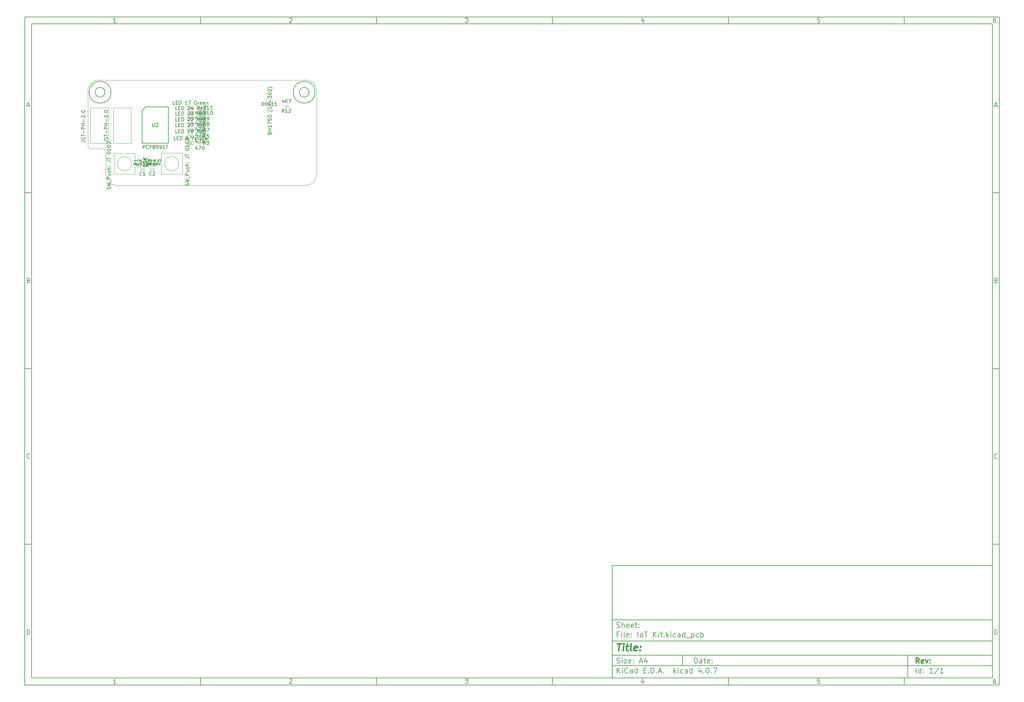
<source format=gbr>
G04 #@! TF.FileFunction,Other,Fab,Top*
%FSLAX46Y46*%
G04 Gerber Fmt 4.6, Leading zero omitted, Abs format (unit mm)*
G04 Created by KiCad (PCBNEW 4.0.7) date Thursday 07 December 2017 'o51' 11:51:57*
%MOMM*%
%LPD*%
G01*
G04 APERTURE LIST*
%ADD10C,0.100000*%
%ADD11C,0.150000*%
%ADD12C,0.300000*%
%ADD13C,0.400000*%
G04 APERTURE END LIST*
D10*
D11*
X177002200Y-166007200D02*
X177002200Y-198007200D01*
X285002200Y-198007200D01*
X285002200Y-166007200D01*
X177002200Y-166007200D01*
D10*
D11*
X10000000Y-10000000D02*
X10000000Y-200007200D01*
X287002200Y-200007200D01*
X287002200Y-10000000D01*
X10000000Y-10000000D01*
D10*
D11*
X12000000Y-12000000D02*
X12000000Y-198007200D01*
X285002200Y-198007200D01*
X285002200Y-12000000D01*
X12000000Y-12000000D01*
D10*
D11*
X60000000Y-12000000D02*
X60000000Y-10000000D01*
D10*
D11*
X110000000Y-12000000D02*
X110000000Y-10000000D01*
D10*
D11*
X160000000Y-12000000D02*
X160000000Y-10000000D01*
D10*
D11*
X210000000Y-12000000D02*
X210000000Y-10000000D01*
D10*
D11*
X260000000Y-12000000D02*
X260000000Y-10000000D01*
D10*
D11*
X35990476Y-11588095D02*
X35247619Y-11588095D01*
X35619048Y-11588095D02*
X35619048Y-10288095D01*
X35495238Y-10473810D01*
X35371429Y-10597619D01*
X35247619Y-10659524D01*
D10*
D11*
X85247619Y-10411905D02*
X85309524Y-10350000D01*
X85433333Y-10288095D01*
X85742857Y-10288095D01*
X85866667Y-10350000D01*
X85928571Y-10411905D01*
X85990476Y-10535714D01*
X85990476Y-10659524D01*
X85928571Y-10845238D01*
X85185714Y-11588095D01*
X85990476Y-11588095D01*
D10*
D11*
X135185714Y-10288095D02*
X135990476Y-10288095D01*
X135557143Y-10783333D01*
X135742857Y-10783333D01*
X135866667Y-10845238D01*
X135928571Y-10907143D01*
X135990476Y-11030952D01*
X135990476Y-11340476D01*
X135928571Y-11464286D01*
X135866667Y-11526190D01*
X135742857Y-11588095D01*
X135371429Y-11588095D01*
X135247619Y-11526190D01*
X135185714Y-11464286D01*
D10*
D11*
X185866667Y-10721429D02*
X185866667Y-11588095D01*
X185557143Y-10226190D02*
X185247619Y-11154762D01*
X186052381Y-11154762D01*
D10*
D11*
X235928571Y-10288095D02*
X235309524Y-10288095D01*
X235247619Y-10907143D01*
X235309524Y-10845238D01*
X235433333Y-10783333D01*
X235742857Y-10783333D01*
X235866667Y-10845238D01*
X235928571Y-10907143D01*
X235990476Y-11030952D01*
X235990476Y-11340476D01*
X235928571Y-11464286D01*
X235866667Y-11526190D01*
X235742857Y-11588095D01*
X235433333Y-11588095D01*
X235309524Y-11526190D01*
X235247619Y-11464286D01*
D10*
D11*
X285866667Y-10288095D02*
X285619048Y-10288095D01*
X285495238Y-10350000D01*
X285433333Y-10411905D01*
X285309524Y-10597619D01*
X285247619Y-10845238D01*
X285247619Y-11340476D01*
X285309524Y-11464286D01*
X285371429Y-11526190D01*
X285495238Y-11588095D01*
X285742857Y-11588095D01*
X285866667Y-11526190D01*
X285928571Y-11464286D01*
X285990476Y-11340476D01*
X285990476Y-11030952D01*
X285928571Y-10907143D01*
X285866667Y-10845238D01*
X285742857Y-10783333D01*
X285495238Y-10783333D01*
X285371429Y-10845238D01*
X285309524Y-10907143D01*
X285247619Y-11030952D01*
D10*
D11*
X60000000Y-198007200D02*
X60000000Y-200007200D01*
D10*
D11*
X110000000Y-198007200D02*
X110000000Y-200007200D01*
D10*
D11*
X160000000Y-198007200D02*
X160000000Y-200007200D01*
D10*
D11*
X210000000Y-198007200D02*
X210000000Y-200007200D01*
D10*
D11*
X260000000Y-198007200D02*
X260000000Y-200007200D01*
D10*
D11*
X35990476Y-199595295D02*
X35247619Y-199595295D01*
X35619048Y-199595295D02*
X35619048Y-198295295D01*
X35495238Y-198481010D01*
X35371429Y-198604819D01*
X35247619Y-198666724D01*
D10*
D11*
X85247619Y-198419105D02*
X85309524Y-198357200D01*
X85433333Y-198295295D01*
X85742857Y-198295295D01*
X85866667Y-198357200D01*
X85928571Y-198419105D01*
X85990476Y-198542914D01*
X85990476Y-198666724D01*
X85928571Y-198852438D01*
X85185714Y-199595295D01*
X85990476Y-199595295D01*
D10*
D11*
X135185714Y-198295295D02*
X135990476Y-198295295D01*
X135557143Y-198790533D01*
X135742857Y-198790533D01*
X135866667Y-198852438D01*
X135928571Y-198914343D01*
X135990476Y-199038152D01*
X135990476Y-199347676D01*
X135928571Y-199471486D01*
X135866667Y-199533390D01*
X135742857Y-199595295D01*
X135371429Y-199595295D01*
X135247619Y-199533390D01*
X135185714Y-199471486D01*
D10*
D11*
X185866667Y-198728629D02*
X185866667Y-199595295D01*
X185557143Y-198233390D02*
X185247619Y-199161962D01*
X186052381Y-199161962D01*
D10*
D11*
X235928571Y-198295295D02*
X235309524Y-198295295D01*
X235247619Y-198914343D01*
X235309524Y-198852438D01*
X235433333Y-198790533D01*
X235742857Y-198790533D01*
X235866667Y-198852438D01*
X235928571Y-198914343D01*
X235990476Y-199038152D01*
X235990476Y-199347676D01*
X235928571Y-199471486D01*
X235866667Y-199533390D01*
X235742857Y-199595295D01*
X235433333Y-199595295D01*
X235309524Y-199533390D01*
X235247619Y-199471486D01*
D10*
D11*
X285866667Y-198295295D02*
X285619048Y-198295295D01*
X285495238Y-198357200D01*
X285433333Y-198419105D01*
X285309524Y-198604819D01*
X285247619Y-198852438D01*
X285247619Y-199347676D01*
X285309524Y-199471486D01*
X285371429Y-199533390D01*
X285495238Y-199595295D01*
X285742857Y-199595295D01*
X285866667Y-199533390D01*
X285928571Y-199471486D01*
X285990476Y-199347676D01*
X285990476Y-199038152D01*
X285928571Y-198914343D01*
X285866667Y-198852438D01*
X285742857Y-198790533D01*
X285495238Y-198790533D01*
X285371429Y-198852438D01*
X285309524Y-198914343D01*
X285247619Y-199038152D01*
D10*
D11*
X10000000Y-60000000D02*
X12000000Y-60000000D01*
D10*
D11*
X10000000Y-110000000D02*
X12000000Y-110000000D01*
D10*
D11*
X10000000Y-160000000D02*
X12000000Y-160000000D01*
D10*
D11*
X10690476Y-35216667D02*
X11309524Y-35216667D01*
X10566667Y-35588095D02*
X11000000Y-34288095D01*
X11433333Y-35588095D01*
D10*
D11*
X11092857Y-84907143D02*
X11278571Y-84969048D01*
X11340476Y-85030952D01*
X11402381Y-85154762D01*
X11402381Y-85340476D01*
X11340476Y-85464286D01*
X11278571Y-85526190D01*
X11154762Y-85588095D01*
X10659524Y-85588095D01*
X10659524Y-84288095D01*
X11092857Y-84288095D01*
X11216667Y-84350000D01*
X11278571Y-84411905D01*
X11340476Y-84535714D01*
X11340476Y-84659524D01*
X11278571Y-84783333D01*
X11216667Y-84845238D01*
X11092857Y-84907143D01*
X10659524Y-84907143D01*
D10*
D11*
X11402381Y-135464286D02*
X11340476Y-135526190D01*
X11154762Y-135588095D01*
X11030952Y-135588095D01*
X10845238Y-135526190D01*
X10721429Y-135402381D01*
X10659524Y-135278571D01*
X10597619Y-135030952D01*
X10597619Y-134845238D01*
X10659524Y-134597619D01*
X10721429Y-134473810D01*
X10845238Y-134350000D01*
X11030952Y-134288095D01*
X11154762Y-134288095D01*
X11340476Y-134350000D01*
X11402381Y-134411905D01*
D10*
D11*
X10659524Y-185588095D02*
X10659524Y-184288095D01*
X10969048Y-184288095D01*
X11154762Y-184350000D01*
X11278571Y-184473810D01*
X11340476Y-184597619D01*
X11402381Y-184845238D01*
X11402381Y-185030952D01*
X11340476Y-185278571D01*
X11278571Y-185402381D01*
X11154762Y-185526190D01*
X10969048Y-185588095D01*
X10659524Y-185588095D01*
D10*
D11*
X287002200Y-60000000D02*
X285002200Y-60000000D01*
D10*
D11*
X287002200Y-110000000D02*
X285002200Y-110000000D01*
D10*
D11*
X287002200Y-160000000D02*
X285002200Y-160000000D01*
D10*
D11*
X285692676Y-35216667D02*
X286311724Y-35216667D01*
X285568867Y-35588095D02*
X286002200Y-34288095D01*
X286435533Y-35588095D01*
D10*
D11*
X286095057Y-84907143D02*
X286280771Y-84969048D01*
X286342676Y-85030952D01*
X286404581Y-85154762D01*
X286404581Y-85340476D01*
X286342676Y-85464286D01*
X286280771Y-85526190D01*
X286156962Y-85588095D01*
X285661724Y-85588095D01*
X285661724Y-84288095D01*
X286095057Y-84288095D01*
X286218867Y-84350000D01*
X286280771Y-84411905D01*
X286342676Y-84535714D01*
X286342676Y-84659524D01*
X286280771Y-84783333D01*
X286218867Y-84845238D01*
X286095057Y-84907143D01*
X285661724Y-84907143D01*
D10*
D11*
X286404581Y-135464286D02*
X286342676Y-135526190D01*
X286156962Y-135588095D01*
X286033152Y-135588095D01*
X285847438Y-135526190D01*
X285723629Y-135402381D01*
X285661724Y-135278571D01*
X285599819Y-135030952D01*
X285599819Y-134845238D01*
X285661724Y-134597619D01*
X285723629Y-134473810D01*
X285847438Y-134350000D01*
X286033152Y-134288095D01*
X286156962Y-134288095D01*
X286342676Y-134350000D01*
X286404581Y-134411905D01*
D10*
D11*
X285661724Y-185588095D02*
X285661724Y-184288095D01*
X285971248Y-184288095D01*
X286156962Y-184350000D01*
X286280771Y-184473810D01*
X286342676Y-184597619D01*
X286404581Y-184845238D01*
X286404581Y-185030952D01*
X286342676Y-185278571D01*
X286280771Y-185402381D01*
X286156962Y-185526190D01*
X285971248Y-185588095D01*
X285661724Y-185588095D01*
D10*
D11*
X200359343Y-193785771D02*
X200359343Y-192285771D01*
X200716486Y-192285771D01*
X200930771Y-192357200D01*
X201073629Y-192500057D01*
X201145057Y-192642914D01*
X201216486Y-192928629D01*
X201216486Y-193142914D01*
X201145057Y-193428629D01*
X201073629Y-193571486D01*
X200930771Y-193714343D01*
X200716486Y-193785771D01*
X200359343Y-193785771D01*
X202502200Y-193785771D02*
X202502200Y-193000057D01*
X202430771Y-192857200D01*
X202287914Y-192785771D01*
X202002200Y-192785771D01*
X201859343Y-192857200D01*
X202502200Y-193714343D02*
X202359343Y-193785771D01*
X202002200Y-193785771D01*
X201859343Y-193714343D01*
X201787914Y-193571486D01*
X201787914Y-193428629D01*
X201859343Y-193285771D01*
X202002200Y-193214343D01*
X202359343Y-193214343D01*
X202502200Y-193142914D01*
X203002200Y-192785771D02*
X203573629Y-192785771D01*
X203216486Y-192285771D02*
X203216486Y-193571486D01*
X203287914Y-193714343D01*
X203430772Y-193785771D01*
X203573629Y-193785771D01*
X204645057Y-193714343D02*
X204502200Y-193785771D01*
X204216486Y-193785771D01*
X204073629Y-193714343D01*
X204002200Y-193571486D01*
X204002200Y-193000057D01*
X204073629Y-192857200D01*
X204216486Y-192785771D01*
X204502200Y-192785771D01*
X204645057Y-192857200D01*
X204716486Y-193000057D01*
X204716486Y-193142914D01*
X204002200Y-193285771D01*
X205359343Y-193642914D02*
X205430771Y-193714343D01*
X205359343Y-193785771D01*
X205287914Y-193714343D01*
X205359343Y-193642914D01*
X205359343Y-193785771D01*
X205359343Y-192857200D02*
X205430771Y-192928629D01*
X205359343Y-193000057D01*
X205287914Y-192928629D01*
X205359343Y-192857200D01*
X205359343Y-193000057D01*
D10*
D11*
X177002200Y-194507200D02*
X285002200Y-194507200D01*
D10*
D11*
X178359343Y-196585771D02*
X178359343Y-195085771D01*
X179216486Y-196585771D02*
X178573629Y-195728629D01*
X179216486Y-195085771D02*
X178359343Y-195942914D01*
X179859343Y-196585771D02*
X179859343Y-195585771D01*
X179859343Y-195085771D02*
X179787914Y-195157200D01*
X179859343Y-195228629D01*
X179930771Y-195157200D01*
X179859343Y-195085771D01*
X179859343Y-195228629D01*
X181430772Y-196442914D02*
X181359343Y-196514343D01*
X181145057Y-196585771D01*
X181002200Y-196585771D01*
X180787915Y-196514343D01*
X180645057Y-196371486D01*
X180573629Y-196228629D01*
X180502200Y-195942914D01*
X180502200Y-195728629D01*
X180573629Y-195442914D01*
X180645057Y-195300057D01*
X180787915Y-195157200D01*
X181002200Y-195085771D01*
X181145057Y-195085771D01*
X181359343Y-195157200D01*
X181430772Y-195228629D01*
X182716486Y-196585771D02*
X182716486Y-195800057D01*
X182645057Y-195657200D01*
X182502200Y-195585771D01*
X182216486Y-195585771D01*
X182073629Y-195657200D01*
X182716486Y-196514343D02*
X182573629Y-196585771D01*
X182216486Y-196585771D01*
X182073629Y-196514343D01*
X182002200Y-196371486D01*
X182002200Y-196228629D01*
X182073629Y-196085771D01*
X182216486Y-196014343D01*
X182573629Y-196014343D01*
X182716486Y-195942914D01*
X184073629Y-196585771D02*
X184073629Y-195085771D01*
X184073629Y-196514343D02*
X183930772Y-196585771D01*
X183645058Y-196585771D01*
X183502200Y-196514343D01*
X183430772Y-196442914D01*
X183359343Y-196300057D01*
X183359343Y-195871486D01*
X183430772Y-195728629D01*
X183502200Y-195657200D01*
X183645058Y-195585771D01*
X183930772Y-195585771D01*
X184073629Y-195657200D01*
X185930772Y-195800057D02*
X186430772Y-195800057D01*
X186645058Y-196585771D02*
X185930772Y-196585771D01*
X185930772Y-195085771D01*
X186645058Y-195085771D01*
X187287915Y-196442914D02*
X187359343Y-196514343D01*
X187287915Y-196585771D01*
X187216486Y-196514343D01*
X187287915Y-196442914D01*
X187287915Y-196585771D01*
X188002201Y-196585771D02*
X188002201Y-195085771D01*
X188359344Y-195085771D01*
X188573629Y-195157200D01*
X188716487Y-195300057D01*
X188787915Y-195442914D01*
X188859344Y-195728629D01*
X188859344Y-195942914D01*
X188787915Y-196228629D01*
X188716487Y-196371486D01*
X188573629Y-196514343D01*
X188359344Y-196585771D01*
X188002201Y-196585771D01*
X189502201Y-196442914D02*
X189573629Y-196514343D01*
X189502201Y-196585771D01*
X189430772Y-196514343D01*
X189502201Y-196442914D01*
X189502201Y-196585771D01*
X190145058Y-196157200D02*
X190859344Y-196157200D01*
X190002201Y-196585771D02*
X190502201Y-195085771D01*
X191002201Y-196585771D01*
X191502201Y-196442914D02*
X191573629Y-196514343D01*
X191502201Y-196585771D01*
X191430772Y-196514343D01*
X191502201Y-196442914D01*
X191502201Y-196585771D01*
X194502201Y-196585771D02*
X194502201Y-195085771D01*
X194645058Y-196014343D02*
X195073629Y-196585771D01*
X195073629Y-195585771D02*
X194502201Y-196157200D01*
X195716487Y-196585771D02*
X195716487Y-195585771D01*
X195716487Y-195085771D02*
X195645058Y-195157200D01*
X195716487Y-195228629D01*
X195787915Y-195157200D01*
X195716487Y-195085771D01*
X195716487Y-195228629D01*
X197073630Y-196514343D02*
X196930773Y-196585771D01*
X196645059Y-196585771D01*
X196502201Y-196514343D01*
X196430773Y-196442914D01*
X196359344Y-196300057D01*
X196359344Y-195871486D01*
X196430773Y-195728629D01*
X196502201Y-195657200D01*
X196645059Y-195585771D01*
X196930773Y-195585771D01*
X197073630Y-195657200D01*
X198359344Y-196585771D02*
X198359344Y-195800057D01*
X198287915Y-195657200D01*
X198145058Y-195585771D01*
X197859344Y-195585771D01*
X197716487Y-195657200D01*
X198359344Y-196514343D02*
X198216487Y-196585771D01*
X197859344Y-196585771D01*
X197716487Y-196514343D01*
X197645058Y-196371486D01*
X197645058Y-196228629D01*
X197716487Y-196085771D01*
X197859344Y-196014343D01*
X198216487Y-196014343D01*
X198359344Y-195942914D01*
X199716487Y-196585771D02*
X199716487Y-195085771D01*
X199716487Y-196514343D02*
X199573630Y-196585771D01*
X199287916Y-196585771D01*
X199145058Y-196514343D01*
X199073630Y-196442914D01*
X199002201Y-196300057D01*
X199002201Y-195871486D01*
X199073630Y-195728629D01*
X199145058Y-195657200D01*
X199287916Y-195585771D01*
X199573630Y-195585771D01*
X199716487Y-195657200D01*
X202216487Y-195585771D02*
X202216487Y-196585771D01*
X201859344Y-195014343D02*
X201502201Y-196085771D01*
X202430773Y-196085771D01*
X203002201Y-196442914D02*
X203073629Y-196514343D01*
X203002201Y-196585771D01*
X202930772Y-196514343D01*
X203002201Y-196442914D01*
X203002201Y-196585771D01*
X204002201Y-195085771D02*
X204145058Y-195085771D01*
X204287915Y-195157200D01*
X204359344Y-195228629D01*
X204430773Y-195371486D01*
X204502201Y-195657200D01*
X204502201Y-196014343D01*
X204430773Y-196300057D01*
X204359344Y-196442914D01*
X204287915Y-196514343D01*
X204145058Y-196585771D01*
X204002201Y-196585771D01*
X203859344Y-196514343D01*
X203787915Y-196442914D01*
X203716487Y-196300057D01*
X203645058Y-196014343D01*
X203645058Y-195657200D01*
X203716487Y-195371486D01*
X203787915Y-195228629D01*
X203859344Y-195157200D01*
X204002201Y-195085771D01*
X205145058Y-196442914D02*
X205216486Y-196514343D01*
X205145058Y-196585771D01*
X205073629Y-196514343D01*
X205145058Y-196442914D01*
X205145058Y-196585771D01*
X205716487Y-195085771D02*
X206716487Y-195085771D01*
X206073630Y-196585771D01*
D10*
D11*
X177002200Y-191507200D02*
X285002200Y-191507200D01*
D10*
D12*
X264216486Y-193785771D02*
X263716486Y-193071486D01*
X263359343Y-193785771D02*
X263359343Y-192285771D01*
X263930771Y-192285771D01*
X264073629Y-192357200D01*
X264145057Y-192428629D01*
X264216486Y-192571486D01*
X264216486Y-192785771D01*
X264145057Y-192928629D01*
X264073629Y-193000057D01*
X263930771Y-193071486D01*
X263359343Y-193071486D01*
X265430771Y-193714343D02*
X265287914Y-193785771D01*
X265002200Y-193785771D01*
X264859343Y-193714343D01*
X264787914Y-193571486D01*
X264787914Y-193000057D01*
X264859343Y-192857200D01*
X265002200Y-192785771D01*
X265287914Y-192785771D01*
X265430771Y-192857200D01*
X265502200Y-193000057D01*
X265502200Y-193142914D01*
X264787914Y-193285771D01*
X266002200Y-192785771D02*
X266359343Y-193785771D01*
X266716485Y-192785771D01*
X267287914Y-193642914D02*
X267359342Y-193714343D01*
X267287914Y-193785771D01*
X267216485Y-193714343D01*
X267287914Y-193642914D01*
X267287914Y-193785771D01*
X267287914Y-192857200D02*
X267359342Y-192928629D01*
X267287914Y-193000057D01*
X267216485Y-192928629D01*
X267287914Y-192857200D01*
X267287914Y-193000057D01*
D10*
D11*
X178287914Y-193714343D02*
X178502200Y-193785771D01*
X178859343Y-193785771D01*
X179002200Y-193714343D01*
X179073629Y-193642914D01*
X179145057Y-193500057D01*
X179145057Y-193357200D01*
X179073629Y-193214343D01*
X179002200Y-193142914D01*
X178859343Y-193071486D01*
X178573629Y-193000057D01*
X178430771Y-192928629D01*
X178359343Y-192857200D01*
X178287914Y-192714343D01*
X178287914Y-192571486D01*
X178359343Y-192428629D01*
X178430771Y-192357200D01*
X178573629Y-192285771D01*
X178930771Y-192285771D01*
X179145057Y-192357200D01*
X179787914Y-193785771D02*
X179787914Y-192785771D01*
X179787914Y-192285771D02*
X179716485Y-192357200D01*
X179787914Y-192428629D01*
X179859342Y-192357200D01*
X179787914Y-192285771D01*
X179787914Y-192428629D01*
X180359343Y-192785771D02*
X181145057Y-192785771D01*
X180359343Y-193785771D01*
X181145057Y-193785771D01*
X182287914Y-193714343D02*
X182145057Y-193785771D01*
X181859343Y-193785771D01*
X181716486Y-193714343D01*
X181645057Y-193571486D01*
X181645057Y-193000057D01*
X181716486Y-192857200D01*
X181859343Y-192785771D01*
X182145057Y-192785771D01*
X182287914Y-192857200D01*
X182359343Y-193000057D01*
X182359343Y-193142914D01*
X181645057Y-193285771D01*
X183002200Y-193642914D02*
X183073628Y-193714343D01*
X183002200Y-193785771D01*
X182930771Y-193714343D01*
X183002200Y-193642914D01*
X183002200Y-193785771D01*
X183002200Y-192857200D02*
X183073628Y-192928629D01*
X183002200Y-193000057D01*
X182930771Y-192928629D01*
X183002200Y-192857200D01*
X183002200Y-193000057D01*
X184787914Y-193357200D02*
X185502200Y-193357200D01*
X184645057Y-193785771D02*
X185145057Y-192285771D01*
X185645057Y-193785771D01*
X186787914Y-192785771D02*
X186787914Y-193785771D01*
X186430771Y-192214343D02*
X186073628Y-193285771D01*
X187002200Y-193285771D01*
D10*
D11*
X263359343Y-196585771D02*
X263359343Y-195085771D01*
X264716486Y-196585771D02*
X264716486Y-195085771D01*
X264716486Y-196514343D02*
X264573629Y-196585771D01*
X264287915Y-196585771D01*
X264145057Y-196514343D01*
X264073629Y-196442914D01*
X264002200Y-196300057D01*
X264002200Y-195871486D01*
X264073629Y-195728629D01*
X264145057Y-195657200D01*
X264287915Y-195585771D01*
X264573629Y-195585771D01*
X264716486Y-195657200D01*
X265430772Y-196442914D02*
X265502200Y-196514343D01*
X265430772Y-196585771D01*
X265359343Y-196514343D01*
X265430772Y-196442914D01*
X265430772Y-196585771D01*
X265430772Y-195657200D02*
X265502200Y-195728629D01*
X265430772Y-195800057D01*
X265359343Y-195728629D01*
X265430772Y-195657200D01*
X265430772Y-195800057D01*
X268073629Y-196585771D02*
X267216486Y-196585771D01*
X267645058Y-196585771D02*
X267645058Y-195085771D01*
X267502201Y-195300057D01*
X267359343Y-195442914D01*
X267216486Y-195514343D01*
X269787914Y-195014343D02*
X268502200Y-196942914D01*
X271073629Y-196585771D02*
X270216486Y-196585771D01*
X270645058Y-196585771D02*
X270645058Y-195085771D01*
X270502201Y-195300057D01*
X270359343Y-195442914D01*
X270216486Y-195514343D01*
D10*
D11*
X177002200Y-187507200D02*
X285002200Y-187507200D01*
D10*
D13*
X178454581Y-188211962D02*
X179597438Y-188211962D01*
X178776010Y-190211962D02*
X179026010Y-188211962D01*
X180014105Y-190211962D02*
X180180771Y-188878629D01*
X180264105Y-188211962D02*
X180156962Y-188307200D01*
X180240295Y-188402438D01*
X180347439Y-188307200D01*
X180264105Y-188211962D01*
X180240295Y-188402438D01*
X180847438Y-188878629D02*
X181609343Y-188878629D01*
X181216486Y-188211962D02*
X181002200Y-189926248D01*
X181073630Y-190116724D01*
X181252201Y-190211962D01*
X181442677Y-190211962D01*
X182395058Y-190211962D02*
X182216487Y-190116724D01*
X182145057Y-189926248D01*
X182359343Y-188211962D01*
X183930772Y-190116724D02*
X183728391Y-190211962D01*
X183347439Y-190211962D01*
X183168867Y-190116724D01*
X183097438Y-189926248D01*
X183192676Y-189164343D01*
X183311724Y-188973867D01*
X183514105Y-188878629D01*
X183895057Y-188878629D01*
X184073629Y-188973867D01*
X184145057Y-189164343D01*
X184121248Y-189354819D01*
X183145057Y-189545295D01*
X184895057Y-190021486D02*
X184978392Y-190116724D01*
X184871248Y-190211962D01*
X184787915Y-190116724D01*
X184895057Y-190021486D01*
X184871248Y-190211962D01*
X185026010Y-188973867D02*
X185109344Y-189069105D01*
X185002200Y-189164343D01*
X184918867Y-189069105D01*
X185026010Y-188973867D01*
X185002200Y-189164343D01*
D10*
D11*
X178859343Y-185600057D02*
X178359343Y-185600057D01*
X178359343Y-186385771D02*
X178359343Y-184885771D01*
X179073629Y-184885771D01*
X179645057Y-186385771D02*
X179645057Y-185385771D01*
X179645057Y-184885771D02*
X179573628Y-184957200D01*
X179645057Y-185028629D01*
X179716485Y-184957200D01*
X179645057Y-184885771D01*
X179645057Y-185028629D01*
X180573629Y-186385771D02*
X180430771Y-186314343D01*
X180359343Y-186171486D01*
X180359343Y-184885771D01*
X181716485Y-186314343D02*
X181573628Y-186385771D01*
X181287914Y-186385771D01*
X181145057Y-186314343D01*
X181073628Y-186171486D01*
X181073628Y-185600057D01*
X181145057Y-185457200D01*
X181287914Y-185385771D01*
X181573628Y-185385771D01*
X181716485Y-185457200D01*
X181787914Y-185600057D01*
X181787914Y-185742914D01*
X181073628Y-185885771D01*
X182430771Y-186242914D02*
X182502199Y-186314343D01*
X182430771Y-186385771D01*
X182359342Y-186314343D01*
X182430771Y-186242914D01*
X182430771Y-186385771D01*
X182430771Y-185457200D02*
X182502199Y-185528629D01*
X182430771Y-185600057D01*
X182359342Y-185528629D01*
X182430771Y-185457200D01*
X182430771Y-185600057D01*
X184287914Y-186385771D02*
X184287914Y-184885771D01*
X185216486Y-186385771D02*
X185073628Y-186314343D01*
X185002200Y-186242914D01*
X184930771Y-186100057D01*
X184930771Y-185671486D01*
X185002200Y-185528629D01*
X185073628Y-185457200D01*
X185216486Y-185385771D01*
X185430771Y-185385771D01*
X185573628Y-185457200D01*
X185645057Y-185528629D01*
X185716486Y-185671486D01*
X185716486Y-186100057D01*
X185645057Y-186242914D01*
X185573628Y-186314343D01*
X185430771Y-186385771D01*
X185216486Y-186385771D01*
X186145057Y-184885771D02*
X187002200Y-184885771D01*
X186573629Y-186385771D02*
X186573629Y-184885771D01*
X188645057Y-186385771D02*
X188645057Y-184885771D01*
X189502200Y-186385771D02*
X188859343Y-185528629D01*
X189502200Y-184885771D02*
X188645057Y-185742914D01*
X190145057Y-186385771D02*
X190145057Y-185385771D01*
X190145057Y-184885771D02*
X190073628Y-184957200D01*
X190145057Y-185028629D01*
X190216485Y-184957200D01*
X190145057Y-184885771D01*
X190145057Y-185028629D01*
X190645057Y-185385771D02*
X191216486Y-185385771D01*
X190859343Y-184885771D02*
X190859343Y-186171486D01*
X190930771Y-186314343D01*
X191073629Y-186385771D01*
X191216486Y-186385771D01*
X191716486Y-186242914D02*
X191787914Y-186314343D01*
X191716486Y-186385771D01*
X191645057Y-186314343D01*
X191716486Y-186242914D01*
X191716486Y-186385771D01*
X192430772Y-186385771D02*
X192430772Y-184885771D01*
X192573629Y-185814343D02*
X193002200Y-186385771D01*
X193002200Y-185385771D02*
X192430772Y-185957200D01*
X193645058Y-186385771D02*
X193645058Y-185385771D01*
X193645058Y-184885771D02*
X193573629Y-184957200D01*
X193645058Y-185028629D01*
X193716486Y-184957200D01*
X193645058Y-184885771D01*
X193645058Y-185028629D01*
X195002201Y-186314343D02*
X194859344Y-186385771D01*
X194573630Y-186385771D01*
X194430772Y-186314343D01*
X194359344Y-186242914D01*
X194287915Y-186100057D01*
X194287915Y-185671486D01*
X194359344Y-185528629D01*
X194430772Y-185457200D01*
X194573630Y-185385771D01*
X194859344Y-185385771D01*
X195002201Y-185457200D01*
X196287915Y-186385771D02*
X196287915Y-185600057D01*
X196216486Y-185457200D01*
X196073629Y-185385771D01*
X195787915Y-185385771D01*
X195645058Y-185457200D01*
X196287915Y-186314343D02*
X196145058Y-186385771D01*
X195787915Y-186385771D01*
X195645058Y-186314343D01*
X195573629Y-186171486D01*
X195573629Y-186028629D01*
X195645058Y-185885771D01*
X195787915Y-185814343D01*
X196145058Y-185814343D01*
X196287915Y-185742914D01*
X197645058Y-186385771D02*
X197645058Y-184885771D01*
X197645058Y-186314343D02*
X197502201Y-186385771D01*
X197216487Y-186385771D01*
X197073629Y-186314343D01*
X197002201Y-186242914D01*
X196930772Y-186100057D01*
X196930772Y-185671486D01*
X197002201Y-185528629D01*
X197073629Y-185457200D01*
X197216487Y-185385771D01*
X197502201Y-185385771D01*
X197645058Y-185457200D01*
X198002201Y-186528629D02*
X199145058Y-186528629D01*
X199502201Y-185385771D02*
X199502201Y-186885771D01*
X199502201Y-185457200D02*
X199645058Y-185385771D01*
X199930772Y-185385771D01*
X200073629Y-185457200D01*
X200145058Y-185528629D01*
X200216487Y-185671486D01*
X200216487Y-186100057D01*
X200145058Y-186242914D01*
X200073629Y-186314343D01*
X199930772Y-186385771D01*
X199645058Y-186385771D01*
X199502201Y-186314343D01*
X201502201Y-186314343D02*
X201359344Y-186385771D01*
X201073630Y-186385771D01*
X200930772Y-186314343D01*
X200859344Y-186242914D01*
X200787915Y-186100057D01*
X200787915Y-185671486D01*
X200859344Y-185528629D01*
X200930772Y-185457200D01*
X201073630Y-185385771D01*
X201359344Y-185385771D01*
X201502201Y-185457200D01*
X202145058Y-186385771D02*
X202145058Y-184885771D01*
X202145058Y-185457200D02*
X202287915Y-185385771D01*
X202573629Y-185385771D01*
X202716486Y-185457200D01*
X202787915Y-185528629D01*
X202859344Y-185671486D01*
X202859344Y-186100057D01*
X202787915Y-186242914D01*
X202716486Y-186314343D01*
X202573629Y-186385771D01*
X202287915Y-186385771D01*
X202145058Y-186314343D01*
D10*
D11*
X177002200Y-181507200D02*
X285002200Y-181507200D01*
D10*
D11*
X178287914Y-183614343D02*
X178502200Y-183685771D01*
X178859343Y-183685771D01*
X179002200Y-183614343D01*
X179073629Y-183542914D01*
X179145057Y-183400057D01*
X179145057Y-183257200D01*
X179073629Y-183114343D01*
X179002200Y-183042914D01*
X178859343Y-182971486D01*
X178573629Y-182900057D01*
X178430771Y-182828629D01*
X178359343Y-182757200D01*
X178287914Y-182614343D01*
X178287914Y-182471486D01*
X178359343Y-182328629D01*
X178430771Y-182257200D01*
X178573629Y-182185771D01*
X178930771Y-182185771D01*
X179145057Y-182257200D01*
X179787914Y-183685771D02*
X179787914Y-182185771D01*
X180430771Y-183685771D02*
X180430771Y-182900057D01*
X180359342Y-182757200D01*
X180216485Y-182685771D01*
X180002200Y-182685771D01*
X179859342Y-182757200D01*
X179787914Y-182828629D01*
X181716485Y-183614343D02*
X181573628Y-183685771D01*
X181287914Y-183685771D01*
X181145057Y-183614343D01*
X181073628Y-183471486D01*
X181073628Y-182900057D01*
X181145057Y-182757200D01*
X181287914Y-182685771D01*
X181573628Y-182685771D01*
X181716485Y-182757200D01*
X181787914Y-182900057D01*
X181787914Y-183042914D01*
X181073628Y-183185771D01*
X183002199Y-183614343D02*
X182859342Y-183685771D01*
X182573628Y-183685771D01*
X182430771Y-183614343D01*
X182359342Y-183471486D01*
X182359342Y-182900057D01*
X182430771Y-182757200D01*
X182573628Y-182685771D01*
X182859342Y-182685771D01*
X183002199Y-182757200D01*
X183073628Y-182900057D01*
X183073628Y-183042914D01*
X182359342Y-183185771D01*
X183502199Y-182685771D02*
X184073628Y-182685771D01*
X183716485Y-182185771D02*
X183716485Y-183471486D01*
X183787913Y-183614343D01*
X183930771Y-183685771D01*
X184073628Y-183685771D01*
X184573628Y-183542914D02*
X184645056Y-183614343D01*
X184573628Y-183685771D01*
X184502199Y-183614343D01*
X184573628Y-183542914D01*
X184573628Y-183685771D01*
X184573628Y-182757200D02*
X184645056Y-182828629D01*
X184573628Y-182900057D01*
X184502199Y-182828629D01*
X184573628Y-182757200D01*
X184573628Y-182900057D01*
D10*
D11*
X197002200Y-191507200D02*
X197002200Y-194507200D01*
D10*
D11*
X261002200Y-191507200D02*
X261002200Y-198007200D01*
D10*
X92964000Y-30988000D02*
X92964000Y-54864000D01*
X92940000Y-30932000D02*
G75*
G03X89940000Y-27932000I-3000000J0D01*
G01*
X89940000Y-57897000D02*
G75*
G03X92940000Y-54897000I0J3000000D01*
G01*
X36068000Y-57912000D02*
X89916000Y-57912000D01*
X33020000Y-48514000D02*
G75*
G03X32004000Y-47498000I-1016000J0D01*
G01*
X33020000Y-54991000D02*
X33020000Y-48514000D01*
X27940000Y-30962600D02*
X27940000Y-46456600D01*
X30940000Y-27932000D02*
X89940000Y-27932000D01*
X30940000Y-27932000D02*
G75*
G03X27940000Y-30932000I0J-3000000D01*
G01*
X27940000Y-46432000D02*
G75*
G03X28940000Y-47432000I1000000J0D01*
G01*
X33020000Y-54897000D02*
G75*
G03X36020000Y-57897000I3000000J0D01*
G01*
X28940000Y-47432000D02*
X31940000Y-47432000D01*
X33786400Y-46042000D02*
X28686400Y-46042000D01*
X28686400Y-46042000D02*
X28686400Y-35842000D01*
X28686400Y-35842000D02*
X33786400Y-35842000D01*
X33786400Y-35842000D02*
X33786400Y-46042000D01*
D11*
X90815000Y-31432000D02*
G75*
G03X90815000Y-31432000I-1375000J0D01*
G01*
X92540000Y-31432000D02*
G75*
G03X92540000Y-31432000I-3100000J0D01*
G01*
X44367000Y-35617000D02*
X50867000Y-35617000D01*
X50867000Y-35617000D02*
X50867000Y-45917000D01*
X50867000Y-45917000D02*
X43367000Y-45917000D01*
X43367000Y-45917000D02*
X43367000Y-36617000D01*
X43367000Y-36617000D02*
X44367000Y-35617000D01*
X32815000Y-31432000D02*
G75*
G03X32815000Y-31432000I-1375000J0D01*
G01*
X34540000Y-31432000D02*
G75*
G03X34540000Y-31432000I-3100000J0D01*
G01*
D10*
X41390000Y-51764000D02*
X41390000Y-54764000D01*
X41390000Y-54764000D02*
X35390000Y-54764000D01*
X35390000Y-54764000D02*
X35390000Y-48764000D01*
X35390000Y-48764000D02*
X41390000Y-48764000D01*
X41390000Y-48764000D02*
X41390000Y-51764000D01*
X40405564Y-51764000D02*
G75*
G03X40405564Y-51764000I-2015564J0D01*
G01*
X48780000Y-51741000D02*
X48780000Y-48741000D01*
X48780000Y-48741000D02*
X54780000Y-48741000D01*
X54780000Y-48741000D02*
X54780000Y-54741000D01*
X54780000Y-54741000D02*
X48780000Y-54741000D01*
X48780000Y-54741000D02*
X48780000Y-51741000D01*
X53795564Y-51741000D02*
G75*
G03X53795564Y-51741000I-2015564J0D01*
G01*
X43934000Y-53090000D02*
X43934000Y-53590000D01*
X42934000Y-53090000D02*
X43934000Y-53090000D01*
X42934000Y-53590000D02*
X42934000Y-53090000D01*
X43934000Y-53590000D02*
X42934000Y-53590000D01*
X46728000Y-53090000D02*
X46728000Y-53590000D01*
X45728000Y-53090000D02*
X46728000Y-53090000D01*
X45728000Y-53590000D02*
X45728000Y-53090000D01*
X46728000Y-53590000D02*
X45728000Y-53590000D01*
X57350000Y-46047000D02*
X57350000Y-45647000D01*
X57300000Y-45847000D02*
X57000000Y-46047000D01*
X57000000Y-45647000D02*
X57300000Y-45847000D01*
X57000000Y-46047000D02*
X57000000Y-45647000D01*
X56350000Y-45447000D02*
X57950000Y-45447000D01*
X56350000Y-46247000D02*
X56350000Y-45447000D01*
X57950000Y-46247000D02*
X56350000Y-46247000D01*
X57950000Y-45447000D02*
X57950000Y-46247000D01*
X57350000Y-44142000D02*
X57350000Y-43742000D01*
X57300000Y-43942000D02*
X57000000Y-44142000D01*
X57000000Y-43742000D02*
X57300000Y-43942000D01*
X57000000Y-44142000D02*
X57000000Y-43742000D01*
X56350000Y-43542000D02*
X57950000Y-43542000D01*
X56350000Y-44342000D02*
X56350000Y-43542000D01*
X57950000Y-44342000D02*
X56350000Y-44342000D01*
X57950000Y-43542000D02*
X57950000Y-44342000D01*
X57350000Y-42364000D02*
X57350000Y-41964000D01*
X57300000Y-42164000D02*
X57000000Y-42364000D01*
X57000000Y-41964000D02*
X57300000Y-42164000D01*
X57000000Y-42364000D02*
X57000000Y-41964000D01*
X56350000Y-41764000D02*
X57950000Y-41764000D01*
X56350000Y-42564000D02*
X56350000Y-41764000D01*
X57950000Y-42564000D02*
X56350000Y-42564000D01*
X57950000Y-41764000D02*
X57950000Y-42564000D01*
X57350000Y-40713000D02*
X57350000Y-40313000D01*
X57300000Y-40513000D02*
X57000000Y-40713000D01*
X57000000Y-40313000D02*
X57300000Y-40513000D01*
X57000000Y-40713000D02*
X57000000Y-40313000D01*
X56350000Y-40113000D02*
X57950000Y-40113000D01*
X56350000Y-40913000D02*
X56350000Y-40113000D01*
X57950000Y-40913000D02*
X56350000Y-40913000D01*
X57950000Y-40113000D02*
X57950000Y-40913000D01*
X57350000Y-39062000D02*
X57350000Y-38662000D01*
X57300000Y-38862000D02*
X57000000Y-39062000D01*
X57000000Y-38662000D02*
X57300000Y-38862000D01*
X57000000Y-39062000D02*
X57000000Y-38662000D01*
X56350000Y-38462000D02*
X57950000Y-38462000D01*
X56350000Y-39262000D02*
X56350000Y-38462000D01*
X57950000Y-39262000D02*
X56350000Y-39262000D01*
X57950000Y-38462000D02*
X57950000Y-39262000D01*
X57350000Y-37538000D02*
X57350000Y-37138000D01*
X57300000Y-37338000D02*
X57000000Y-37538000D01*
X57000000Y-37138000D02*
X57300000Y-37338000D01*
X57000000Y-37538000D02*
X57000000Y-37138000D01*
X56350000Y-36938000D02*
X57950000Y-36938000D01*
X56350000Y-37738000D02*
X56350000Y-36938000D01*
X57950000Y-37738000D02*
X56350000Y-37738000D01*
X57950000Y-36938000D02*
X57950000Y-37738000D01*
X57350000Y-36014000D02*
X57350000Y-35614000D01*
X57300000Y-35814000D02*
X57000000Y-36014000D01*
X57000000Y-35614000D02*
X57300000Y-35814000D01*
X57000000Y-36014000D02*
X57000000Y-35614000D01*
X56350000Y-35414000D02*
X57950000Y-35414000D01*
X56350000Y-36214000D02*
X56350000Y-35414000D01*
X57950000Y-36214000D02*
X56350000Y-36214000D01*
X57950000Y-35414000D02*
X57950000Y-36214000D01*
X43176000Y-51808000D02*
X42676000Y-51808000D01*
X43176000Y-50808000D02*
X43176000Y-51808000D01*
X42676000Y-50808000D02*
X43176000Y-50808000D01*
X42676000Y-51808000D02*
X42676000Y-50808000D01*
X44073000Y-50808000D02*
X44573000Y-50808000D01*
X44073000Y-51808000D02*
X44073000Y-50808000D01*
X44573000Y-51808000D02*
X44073000Y-51808000D01*
X44573000Y-50808000D02*
X44573000Y-51808000D01*
X59317000Y-46097000D02*
X59317000Y-45597000D01*
X60317000Y-46097000D02*
X59317000Y-46097000D01*
X60317000Y-45597000D02*
X60317000Y-46097000D01*
X59317000Y-45597000D02*
X60317000Y-45597000D01*
X45343000Y-50808000D02*
X45843000Y-50808000D01*
X45343000Y-51808000D02*
X45343000Y-50808000D01*
X45843000Y-51808000D02*
X45343000Y-51808000D01*
X45843000Y-50808000D02*
X45843000Y-51808000D01*
X59317000Y-44192000D02*
X59317000Y-43692000D01*
X60317000Y-44192000D02*
X59317000Y-44192000D01*
X60317000Y-43692000D02*
X60317000Y-44192000D01*
X59317000Y-43692000D02*
X60317000Y-43692000D01*
X46613000Y-50808000D02*
X47113000Y-50808000D01*
X46613000Y-51808000D02*
X46613000Y-50808000D01*
X47113000Y-51808000D02*
X46613000Y-51808000D01*
X47113000Y-50808000D02*
X47113000Y-51808000D01*
X59317000Y-42414000D02*
X59317000Y-41914000D01*
X60317000Y-42414000D02*
X59317000Y-42414000D01*
X60317000Y-41914000D02*
X60317000Y-42414000D01*
X59317000Y-41914000D02*
X60317000Y-41914000D01*
X59317000Y-40763000D02*
X59317000Y-40263000D01*
X60317000Y-40763000D02*
X59317000Y-40763000D01*
X60317000Y-40263000D02*
X60317000Y-40763000D01*
X59317000Y-40263000D02*
X60317000Y-40263000D01*
X59317000Y-39112000D02*
X59317000Y-38612000D01*
X60317000Y-39112000D02*
X59317000Y-39112000D01*
X60317000Y-38612000D02*
X60317000Y-39112000D01*
X59317000Y-38612000D02*
X60317000Y-38612000D01*
X59317000Y-37588000D02*
X59317000Y-37088000D01*
X60317000Y-37588000D02*
X59317000Y-37588000D01*
X60317000Y-37088000D02*
X60317000Y-37588000D01*
X59317000Y-37088000D02*
X60317000Y-37088000D01*
X59317000Y-36064000D02*
X59317000Y-35564000D01*
X60317000Y-36064000D02*
X59317000Y-36064000D01*
X60317000Y-35564000D02*
X60317000Y-36064000D01*
X59317000Y-35564000D02*
X60317000Y-35564000D01*
X84904200Y-35183000D02*
X84904200Y-35683000D01*
X83904200Y-35183000D02*
X84904200Y-35183000D01*
X83904200Y-35683000D02*
X83904200Y-35183000D01*
X84904200Y-35683000D02*
X83904200Y-35683000D01*
X40238000Y-46016600D02*
X35138000Y-46016600D01*
X35138000Y-46016600D02*
X35138000Y-35816600D01*
X35138000Y-35816600D02*
X40238000Y-35816600D01*
X40238000Y-35816600D02*
X40238000Y-46016600D01*
D11*
X79609571Y-43083952D02*
X79657190Y-42941095D01*
X79704810Y-42893476D01*
X79800048Y-42845857D01*
X79942905Y-42845857D01*
X80038143Y-42893476D01*
X80085762Y-42941095D01*
X80133381Y-43036333D01*
X80133381Y-43417286D01*
X79133381Y-43417286D01*
X79133381Y-43083952D01*
X79181000Y-42988714D01*
X79228619Y-42941095D01*
X79323857Y-42893476D01*
X79419095Y-42893476D01*
X79514333Y-42941095D01*
X79561952Y-42988714D01*
X79609571Y-43083952D01*
X79609571Y-43417286D01*
X80133381Y-42417286D02*
X79133381Y-42417286D01*
X79609571Y-42417286D02*
X79609571Y-41845857D01*
X80133381Y-41845857D02*
X79133381Y-41845857D01*
X80133381Y-40845857D02*
X80133381Y-41417286D01*
X80133381Y-41131572D02*
X79133381Y-41131572D01*
X79276238Y-41226810D01*
X79371476Y-41322048D01*
X79419095Y-41417286D01*
X79133381Y-40512524D02*
X79133381Y-39845857D01*
X80133381Y-40274429D01*
X79133381Y-38988714D02*
X79133381Y-39464905D01*
X79609571Y-39512524D01*
X79561952Y-39464905D01*
X79514333Y-39369667D01*
X79514333Y-39131571D01*
X79561952Y-39036333D01*
X79609571Y-38988714D01*
X79704810Y-38941095D01*
X79942905Y-38941095D01*
X80038143Y-38988714D01*
X80085762Y-39036333D01*
X80133381Y-39131571D01*
X80133381Y-39369667D01*
X80085762Y-39464905D01*
X80038143Y-39512524D01*
X79133381Y-38322048D02*
X79133381Y-38226809D01*
X79181000Y-38131571D01*
X79228619Y-38083952D01*
X79323857Y-38036333D01*
X79514333Y-37988714D01*
X79752429Y-37988714D01*
X79942905Y-38036333D01*
X80038143Y-38083952D01*
X80085762Y-38131571D01*
X80133381Y-38226809D01*
X80133381Y-38322048D01*
X80085762Y-38417286D01*
X80038143Y-38464905D01*
X79942905Y-38512524D01*
X79752429Y-38560143D01*
X79514333Y-38560143D01*
X79323857Y-38512524D01*
X79228619Y-38464905D01*
X79181000Y-38417286D01*
X79133381Y-38322048D01*
X80514333Y-36512523D02*
X80466714Y-36560143D01*
X80323857Y-36655381D01*
X80228619Y-36703000D01*
X80085762Y-36750619D01*
X79847667Y-36798238D01*
X79657190Y-36798238D01*
X79419095Y-36750619D01*
X79276238Y-36703000D01*
X79181000Y-36655381D01*
X79038143Y-36560143D01*
X78990524Y-36512523D01*
X79181000Y-35607761D02*
X79133381Y-35702999D01*
X79133381Y-35845856D01*
X79181000Y-35988714D01*
X79276238Y-36083952D01*
X79371476Y-36131571D01*
X79561952Y-36179190D01*
X79704810Y-36179190D01*
X79895286Y-36131571D01*
X79990524Y-36083952D01*
X80085762Y-35988714D01*
X80133381Y-35845856D01*
X80133381Y-35750618D01*
X80085762Y-35607761D01*
X80038143Y-35560142D01*
X79704810Y-35560142D01*
X79704810Y-35750618D01*
X79657190Y-34941095D02*
X80133381Y-34941095D01*
X79133381Y-35274428D02*
X79657190Y-34941095D01*
X79133381Y-34607761D01*
X79752429Y-34274428D02*
X79752429Y-33512523D01*
X79133381Y-33131571D02*
X79133381Y-32512523D01*
X79514333Y-32845857D01*
X79514333Y-32702999D01*
X79561952Y-32607761D01*
X79609571Y-32560142D01*
X79704810Y-32512523D01*
X79942905Y-32512523D01*
X80038143Y-32560142D01*
X80085762Y-32607761D01*
X80133381Y-32702999D01*
X80133381Y-32988714D01*
X80085762Y-33083952D01*
X80038143Y-33131571D01*
X79133381Y-31893476D02*
X79133381Y-31798237D01*
X79181000Y-31702999D01*
X79228619Y-31655380D01*
X79323857Y-31607761D01*
X79514333Y-31560142D01*
X79752429Y-31560142D01*
X79942905Y-31607761D01*
X80038143Y-31655380D01*
X80085762Y-31702999D01*
X80133381Y-31798237D01*
X80133381Y-31893476D01*
X80085762Y-31988714D01*
X80038143Y-32036333D01*
X79942905Y-32083952D01*
X79752429Y-32131571D01*
X79514333Y-32131571D01*
X79323857Y-32083952D01*
X79228619Y-32036333D01*
X79181000Y-31988714D01*
X79133381Y-31893476D01*
X79228619Y-31179190D02*
X79181000Y-31131571D01*
X79133381Y-31036333D01*
X79133381Y-30798237D01*
X79181000Y-30702999D01*
X79228619Y-30655380D01*
X79323857Y-30607761D01*
X79419095Y-30607761D01*
X79561952Y-30655380D01*
X80133381Y-31226809D01*
X80133381Y-30607761D01*
X80514333Y-30274428D02*
X80466714Y-30226809D01*
X80323857Y-30131571D01*
X80228619Y-30083952D01*
X80085762Y-30036333D01*
X79847667Y-29988714D01*
X79657190Y-29988714D01*
X79419095Y-30036333D01*
X79276238Y-30083952D01*
X79181000Y-30131571D01*
X79038143Y-30226809D01*
X78990524Y-30274428D01*
X26148781Y-45278666D02*
X26863067Y-45278666D01*
X27005924Y-45326286D01*
X27101162Y-45421524D01*
X27148781Y-45564381D01*
X27148781Y-45659619D01*
X27101162Y-44850095D02*
X27148781Y-44707238D01*
X27148781Y-44469142D01*
X27101162Y-44373904D01*
X27053543Y-44326285D01*
X26958305Y-44278666D01*
X26863067Y-44278666D01*
X26767829Y-44326285D01*
X26720210Y-44373904D01*
X26672590Y-44469142D01*
X26624971Y-44659619D01*
X26577352Y-44754857D01*
X26529733Y-44802476D01*
X26434495Y-44850095D01*
X26339257Y-44850095D01*
X26244019Y-44802476D01*
X26196400Y-44754857D01*
X26148781Y-44659619D01*
X26148781Y-44421523D01*
X26196400Y-44278666D01*
X26148781Y-43992952D02*
X26148781Y-43421523D01*
X27148781Y-43707238D02*
X26148781Y-43707238D01*
X26767829Y-43088190D02*
X26767829Y-42326285D01*
X27148781Y-41850095D02*
X26148781Y-41850095D01*
X26148781Y-41469142D01*
X26196400Y-41373904D01*
X26244019Y-41326285D01*
X26339257Y-41278666D01*
X26482114Y-41278666D01*
X26577352Y-41326285D01*
X26624971Y-41373904D01*
X26672590Y-41469142D01*
X26672590Y-41850095D01*
X27148781Y-40850095D02*
X26148781Y-40850095D01*
X26624971Y-40850095D02*
X26624971Y-40278666D01*
X27148781Y-40278666D02*
X26148781Y-40278666D01*
X26767829Y-39802476D02*
X26767829Y-39040571D01*
X26244019Y-38612000D02*
X26196400Y-38564381D01*
X26148781Y-38469143D01*
X26148781Y-38231047D01*
X26196400Y-38135809D01*
X26244019Y-38088190D01*
X26339257Y-38040571D01*
X26434495Y-38040571D01*
X26577352Y-38088190D01*
X27148781Y-38659619D01*
X27148781Y-38040571D01*
X27053543Y-37612000D02*
X27101162Y-37564381D01*
X27148781Y-37612000D01*
X27101162Y-37659619D01*
X27053543Y-37612000D01*
X27148781Y-37612000D01*
X26148781Y-36945334D02*
X26148781Y-36850095D01*
X26196400Y-36754857D01*
X26244019Y-36707238D01*
X26339257Y-36659619D01*
X26529733Y-36612000D01*
X26767829Y-36612000D01*
X26958305Y-36659619D01*
X27053543Y-36707238D01*
X27101162Y-36754857D01*
X27148781Y-36850095D01*
X27148781Y-36945334D01*
X27101162Y-37040572D01*
X27053543Y-37088191D01*
X26958305Y-37135810D01*
X26767829Y-37183429D01*
X26529733Y-37183429D01*
X26339257Y-37135810D01*
X26244019Y-37088191D01*
X26196400Y-37040572D01*
X26148781Y-36945334D01*
X77382952Y-35258381D02*
X77382952Y-34258381D01*
X77621047Y-34258381D01*
X77763905Y-34306000D01*
X77859143Y-34401238D01*
X77906762Y-34496476D01*
X77954381Y-34686952D01*
X77954381Y-34829810D01*
X77906762Y-35020286D01*
X77859143Y-35115524D01*
X77763905Y-35210762D01*
X77621047Y-35258381D01*
X77382952Y-35258381D01*
X78382952Y-35258381D02*
X78382952Y-34258381D01*
X78382952Y-34734571D02*
X78954381Y-34734571D01*
X78954381Y-35258381D02*
X78954381Y-34258381D01*
X79287714Y-34258381D02*
X79859143Y-34258381D01*
X79573428Y-35258381D02*
X79573428Y-34258381D01*
X80716286Y-35258381D02*
X80144857Y-35258381D01*
X80430571Y-35258381D02*
X80430571Y-34258381D01*
X80335333Y-34401238D01*
X80240095Y-34496476D01*
X80144857Y-34544095D01*
X81668667Y-35258381D02*
X81097238Y-35258381D01*
X81382952Y-35258381D02*
X81382952Y-34258381D01*
X81287714Y-34401238D01*
X81192476Y-34496476D01*
X81097238Y-34544095D01*
X43640809Y-47469381D02*
X43640809Y-46469381D01*
X44021762Y-46469381D01*
X44117000Y-46517000D01*
X44164619Y-46564619D01*
X44212238Y-46659857D01*
X44212238Y-46802714D01*
X44164619Y-46897952D01*
X44117000Y-46945571D01*
X44021762Y-46993190D01*
X43640809Y-46993190D01*
X45212238Y-47374143D02*
X45164619Y-47421762D01*
X45021762Y-47469381D01*
X44926524Y-47469381D01*
X44783666Y-47421762D01*
X44688428Y-47326524D01*
X44640809Y-47231286D01*
X44593190Y-47040810D01*
X44593190Y-46897952D01*
X44640809Y-46707476D01*
X44688428Y-46612238D01*
X44783666Y-46517000D01*
X44926524Y-46469381D01*
X45021762Y-46469381D01*
X45164619Y-46517000D01*
X45212238Y-46564619D01*
X45974143Y-46945571D02*
X45640809Y-46945571D01*
X45640809Y-47469381D02*
X45640809Y-46469381D01*
X46117000Y-46469381D01*
X46640809Y-46897952D02*
X46545571Y-46850333D01*
X46497952Y-46802714D01*
X46450333Y-46707476D01*
X46450333Y-46659857D01*
X46497952Y-46564619D01*
X46545571Y-46517000D01*
X46640809Y-46469381D01*
X46831286Y-46469381D01*
X46926524Y-46517000D01*
X46974143Y-46564619D01*
X47021762Y-46659857D01*
X47021762Y-46707476D01*
X46974143Y-46802714D01*
X46926524Y-46850333D01*
X46831286Y-46897952D01*
X46640809Y-46897952D01*
X46545571Y-46945571D01*
X46497952Y-46993190D01*
X46450333Y-47088429D01*
X46450333Y-47278905D01*
X46497952Y-47374143D01*
X46545571Y-47421762D01*
X46640809Y-47469381D01*
X46831286Y-47469381D01*
X46926524Y-47421762D01*
X46974143Y-47374143D01*
X47021762Y-47278905D01*
X47021762Y-47088429D01*
X46974143Y-46993190D01*
X46926524Y-46945571D01*
X46831286Y-46897952D01*
X47926524Y-46469381D02*
X47450333Y-46469381D01*
X47402714Y-46945571D01*
X47450333Y-46897952D01*
X47545571Y-46850333D01*
X47783667Y-46850333D01*
X47878905Y-46897952D01*
X47926524Y-46945571D01*
X47974143Y-47040810D01*
X47974143Y-47278905D01*
X47926524Y-47374143D01*
X47878905Y-47421762D01*
X47783667Y-47469381D01*
X47545571Y-47469381D01*
X47450333Y-47421762D01*
X47402714Y-47374143D01*
X48450333Y-47469381D02*
X48640809Y-47469381D01*
X48736048Y-47421762D01*
X48783667Y-47374143D01*
X48878905Y-47231286D01*
X48926524Y-47040810D01*
X48926524Y-46659857D01*
X48878905Y-46564619D01*
X48831286Y-46517000D01*
X48736048Y-46469381D01*
X48545571Y-46469381D01*
X48450333Y-46517000D01*
X48402714Y-46564619D01*
X48355095Y-46659857D01*
X48355095Y-46897952D01*
X48402714Y-46993190D01*
X48450333Y-47040810D01*
X48545571Y-47088429D01*
X48736048Y-47088429D01*
X48831286Y-47040810D01*
X48878905Y-46993190D01*
X48926524Y-46897952D01*
X49878905Y-47469381D02*
X49307476Y-47469381D01*
X49593190Y-47469381D02*
X49593190Y-46469381D01*
X49497952Y-46612238D01*
X49402714Y-46707476D01*
X49307476Y-46755095D01*
X50164619Y-46469381D02*
X50736048Y-46469381D01*
X50450333Y-47469381D02*
X50450333Y-46469381D01*
X46355095Y-40219381D02*
X46355095Y-41028905D01*
X46402714Y-41124143D01*
X46450333Y-41171762D01*
X46545571Y-41219381D01*
X46736048Y-41219381D01*
X46831286Y-41171762D01*
X46878905Y-41124143D01*
X46926524Y-41028905D01*
X46926524Y-40219381D01*
X47355095Y-40314619D02*
X47402714Y-40267000D01*
X47497952Y-40219381D01*
X47736048Y-40219381D01*
X47831286Y-40267000D01*
X47878905Y-40314619D01*
X47926524Y-40409857D01*
X47926524Y-40505095D01*
X47878905Y-40647952D01*
X47307476Y-41219381D01*
X47926524Y-41219381D01*
X34344762Y-58978286D02*
X34392381Y-58835429D01*
X34392381Y-58597333D01*
X34344762Y-58502095D01*
X34297143Y-58454476D01*
X34201905Y-58406857D01*
X34106667Y-58406857D01*
X34011429Y-58454476D01*
X33963810Y-58502095D01*
X33916190Y-58597333D01*
X33868571Y-58787810D01*
X33820952Y-58883048D01*
X33773333Y-58930667D01*
X33678095Y-58978286D01*
X33582857Y-58978286D01*
X33487619Y-58930667D01*
X33440000Y-58883048D01*
X33392381Y-58787810D01*
X33392381Y-58549714D01*
X33440000Y-58406857D01*
X33392381Y-58073524D02*
X34392381Y-57835429D01*
X33678095Y-57644952D01*
X34392381Y-57454476D01*
X33392381Y-57216381D01*
X34487619Y-57073524D02*
X34487619Y-56311619D01*
X34392381Y-56073524D02*
X33392381Y-56073524D01*
X33392381Y-55692571D01*
X33440000Y-55597333D01*
X33487619Y-55549714D01*
X33582857Y-55502095D01*
X33725714Y-55502095D01*
X33820952Y-55549714D01*
X33868571Y-55597333D01*
X33916190Y-55692571D01*
X33916190Y-56073524D01*
X33725714Y-54644952D02*
X34392381Y-54644952D01*
X33725714Y-55073524D02*
X34249524Y-55073524D01*
X34344762Y-55025905D01*
X34392381Y-54930667D01*
X34392381Y-54787809D01*
X34344762Y-54692571D01*
X34297143Y-54644952D01*
X34344762Y-54216381D02*
X34392381Y-54121143D01*
X34392381Y-53930667D01*
X34344762Y-53835428D01*
X34249524Y-53787809D01*
X34201905Y-53787809D01*
X34106667Y-53835428D01*
X34059048Y-53930667D01*
X34059048Y-54073524D01*
X34011429Y-54168762D01*
X33916190Y-54216381D01*
X33868571Y-54216381D01*
X33773333Y-54168762D01*
X33725714Y-54073524D01*
X33725714Y-53930667D01*
X33773333Y-53835428D01*
X34392381Y-53359238D02*
X33392381Y-53359238D01*
X34392381Y-52930666D02*
X33868571Y-52930666D01*
X33773333Y-52978285D01*
X33725714Y-53073523D01*
X33725714Y-53216381D01*
X33773333Y-53311619D01*
X33820952Y-53359238D01*
X34297143Y-52454476D02*
X34344762Y-52406857D01*
X34392381Y-52454476D01*
X34344762Y-52502095D01*
X34297143Y-52454476D01*
X34392381Y-52454476D01*
X33773333Y-52454476D02*
X33820952Y-52406857D01*
X33868571Y-52454476D01*
X33820952Y-52502095D01*
X33773333Y-52454476D01*
X33868571Y-52454476D01*
X33392381Y-50930666D02*
X34106667Y-50930666D01*
X34249524Y-50978286D01*
X34344762Y-51073524D01*
X34392381Y-51216381D01*
X34392381Y-51311619D01*
X33392381Y-50597333D02*
X33392381Y-50025904D01*
X34392381Y-50311619D02*
X33392381Y-50311619D01*
X33392381Y-48740190D02*
X33392381Y-48644951D01*
X33440000Y-48549713D01*
X33487619Y-48502094D01*
X33582857Y-48454475D01*
X33773333Y-48406856D01*
X34011429Y-48406856D01*
X34201905Y-48454475D01*
X34297143Y-48502094D01*
X34344762Y-48549713D01*
X34392381Y-48644951D01*
X34392381Y-48740190D01*
X34344762Y-48835428D01*
X34297143Y-48883047D01*
X34201905Y-48930666D01*
X34011429Y-48978285D01*
X33773333Y-48978285D01*
X33582857Y-48930666D01*
X33487619Y-48883047D01*
X33440000Y-48835428D01*
X33392381Y-48740190D01*
X34392381Y-47454475D02*
X34392381Y-48025904D01*
X34392381Y-47740190D02*
X33392381Y-47740190D01*
X33535238Y-47835428D01*
X33630476Y-47930666D01*
X33678095Y-48025904D01*
X33392381Y-46835428D02*
X33392381Y-46740189D01*
X33440000Y-46644951D01*
X33487619Y-46597332D01*
X33582857Y-46549713D01*
X33773333Y-46502094D01*
X34011429Y-46502094D01*
X34201905Y-46549713D01*
X34297143Y-46597332D01*
X34344762Y-46644951D01*
X34392381Y-46740189D01*
X34392381Y-46835428D01*
X34344762Y-46930666D01*
X34297143Y-46978285D01*
X34201905Y-47025904D01*
X34011429Y-47073523D01*
X33773333Y-47073523D01*
X33582857Y-47025904D01*
X33487619Y-46978285D01*
X33440000Y-46930666D01*
X33392381Y-46835428D01*
X33487619Y-46121142D02*
X33440000Y-46073523D01*
X33392381Y-45978285D01*
X33392381Y-45740189D01*
X33440000Y-45644951D01*
X33487619Y-45597332D01*
X33582857Y-45549713D01*
X33678095Y-45549713D01*
X33820952Y-45597332D01*
X34392381Y-46168761D01*
X34392381Y-45549713D01*
X56634762Y-57955286D02*
X56682381Y-57812429D01*
X56682381Y-57574333D01*
X56634762Y-57479095D01*
X56587143Y-57431476D01*
X56491905Y-57383857D01*
X56396667Y-57383857D01*
X56301429Y-57431476D01*
X56253810Y-57479095D01*
X56206190Y-57574333D01*
X56158571Y-57764810D01*
X56110952Y-57860048D01*
X56063333Y-57907667D01*
X55968095Y-57955286D01*
X55872857Y-57955286D01*
X55777619Y-57907667D01*
X55730000Y-57860048D01*
X55682381Y-57764810D01*
X55682381Y-57526714D01*
X55730000Y-57383857D01*
X55682381Y-57050524D02*
X56682381Y-56812429D01*
X55968095Y-56621952D01*
X56682381Y-56431476D01*
X55682381Y-56193381D01*
X56777619Y-56050524D02*
X56777619Y-55288619D01*
X56682381Y-55050524D02*
X55682381Y-55050524D01*
X55682381Y-54669571D01*
X55730000Y-54574333D01*
X55777619Y-54526714D01*
X55872857Y-54479095D01*
X56015714Y-54479095D01*
X56110952Y-54526714D01*
X56158571Y-54574333D01*
X56206190Y-54669571D01*
X56206190Y-55050524D01*
X56015714Y-53621952D02*
X56682381Y-53621952D01*
X56015714Y-54050524D02*
X56539524Y-54050524D01*
X56634762Y-54002905D01*
X56682381Y-53907667D01*
X56682381Y-53764809D01*
X56634762Y-53669571D01*
X56587143Y-53621952D01*
X56634762Y-53193381D02*
X56682381Y-53098143D01*
X56682381Y-52907667D01*
X56634762Y-52812428D01*
X56539524Y-52764809D01*
X56491905Y-52764809D01*
X56396667Y-52812428D01*
X56349048Y-52907667D01*
X56349048Y-53050524D01*
X56301429Y-53145762D01*
X56206190Y-53193381D01*
X56158571Y-53193381D01*
X56063333Y-53145762D01*
X56015714Y-53050524D01*
X56015714Y-52907667D01*
X56063333Y-52812428D01*
X56682381Y-52336238D02*
X55682381Y-52336238D01*
X56682381Y-51907666D02*
X56158571Y-51907666D01*
X56063333Y-51955285D01*
X56015714Y-52050523D01*
X56015714Y-52193381D01*
X56063333Y-52288619D01*
X56110952Y-52336238D01*
X56587143Y-51431476D02*
X56634762Y-51383857D01*
X56682381Y-51431476D01*
X56634762Y-51479095D01*
X56587143Y-51431476D01*
X56682381Y-51431476D01*
X56063333Y-51431476D02*
X56110952Y-51383857D01*
X56158571Y-51431476D01*
X56110952Y-51479095D01*
X56063333Y-51431476D01*
X56158571Y-51431476D01*
X55682381Y-49907666D02*
X56396667Y-49907666D01*
X56539524Y-49955286D01*
X56634762Y-50050524D01*
X56682381Y-50193381D01*
X56682381Y-50288619D01*
X55682381Y-49574333D02*
X55682381Y-49002904D01*
X56682381Y-49288619D02*
X55682381Y-49288619D01*
X55682381Y-47717190D02*
X55682381Y-47621951D01*
X55730000Y-47526713D01*
X55777619Y-47479094D01*
X55872857Y-47431475D01*
X56063333Y-47383856D01*
X56301429Y-47383856D01*
X56491905Y-47431475D01*
X56587143Y-47479094D01*
X56634762Y-47526713D01*
X56682381Y-47621951D01*
X56682381Y-47717190D01*
X56634762Y-47812428D01*
X56587143Y-47860047D01*
X56491905Y-47907666D01*
X56301429Y-47955285D01*
X56063333Y-47955285D01*
X55872857Y-47907666D01*
X55777619Y-47860047D01*
X55730000Y-47812428D01*
X55682381Y-47717190D01*
X56682381Y-46431475D02*
X56682381Y-47002904D01*
X56682381Y-46717190D02*
X55682381Y-46717190D01*
X55825238Y-46812428D01*
X55920476Y-46907666D01*
X55968095Y-47002904D01*
X55682381Y-45812428D02*
X55682381Y-45717189D01*
X55730000Y-45621951D01*
X55777619Y-45574332D01*
X55872857Y-45526713D01*
X56063333Y-45479094D01*
X56301429Y-45479094D01*
X56491905Y-45526713D01*
X56587143Y-45574332D01*
X56634762Y-45621951D01*
X56682381Y-45717189D01*
X56682381Y-45812428D01*
X56634762Y-45907666D01*
X56587143Y-45955285D01*
X56491905Y-46002904D01*
X56301429Y-46050523D01*
X56063333Y-46050523D01*
X55872857Y-46002904D01*
X55777619Y-45955285D01*
X55730000Y-45907666D01*
X55682381Y-45812428D01*
X55777619Y-45098142D02*
X55730000Y-45050523D01*
X55682381Y-44955285D01*
X55682381Y-44717189D01*
X55730000Y-44621951D01*
X55777619Y-44574332D01*
X55872857Y-44526713D01*
X55968095Y-44526713D01*
X56110952Y-44574332D01*
X56682381Y-45145761D01*
X56682381Y-44526713D01*
X42267334Y-51855714D02*
X42267334Y-52522381D01*
X42029238Y-51474762D02*
X41791143Y-52189048D01*
X42410191Y-52189048D01*
X42695905Y-51522381D02*
X43362572Y-51522381D01*
X42934000Y-52522381D01*
X43743524Y-51855714D02*
X43743524Y-52522381D01*
X43743524Y-51950952D02*
X43791143Y-51903333D01*
X43886381Y-51855714D01*
X44029239Y-51855714D01*
X44124477Y-51903333D01*
X44172096Y-51998571D01*
X44172096Y-52522381D01*
X44981620Y-51998571D02*
X44648286Y-51998571D01*
X44648286Y-52522381D02*
X44648286Y-51522381D01*
X45124477Y-51522381D01*
X43267334Y-54967143D02*
X43219715Y-55014762D01*
X43076858Y-55062381D01*
X42981620Y-55062381D01*
X42838762Y-55014762D01*
X42743524Y-54919524D01*
X42695905Y-54824286D01*
X42648286Y-54633810D01*
X42648286Y-54490952D01*
X42695905Y-54300476D01*
X42743524Y-54205238D01*
X42838762Y-54110000D01*
X42981620Y-54062381D01*
X43076858Y-54062381D01*
X43219715Y-54110000D01*
X43267334Y-54157619D01*
X44219715Y-55062381D02*
X43648286Y-55062381D01*
X43934000Y-55062381D02*
X43934000Y-54062381D01*
X43838762Y-54205238D01*
X43743524Y-54300476D01*
X43648286Y-54348095D01*
X45061334Y-51855714D02*
X45061334Y-52522381D01*
X44823238Y-51474762D02*
X44585143Y-52189048D01*
X45204191Y-52189048D01*
X45489905Y-51522381D02*
X46156572Y-51522381D01*
X45728000Y-52522381D01*
X46537524Y-51855714D02*
X46537524Y-52522381D01*
X46537524Y-51950952D02*
X46585143Y-51903333D01*
X46680381Y-51855714D01*
X46823239Y-51855714D01*
X46918477Y-51903333D01*
X46966096Y-51998571D01*
X46966096Y-52522381D01*
X47775620Y-51998571D02*
X47442286Y-51998571D01*
X47442286Y-52522381D02*
X47442286Y-51522381D01*
X47918477Y-51522381D01*
X46061334Y-54967143D02*
X46013715Y-55014762D01*
X45870858Y-55062381D01*
X45775620Y-55062381D01*
X45632762Y-55014762D01*
X45537524Y-54919524D01*
X45489905Y-54824286D01*
X45442286Y-54633810D01*
X45442286Y-54490952D01*
X45489905Y-54300476D01*
X45537524Y-54205238D01*
X45632762Y-54110000D01*
X45775620Y-54062381D01*
X45870858Y-54062381D01*
X46013715Y-54110000D01*
X46061334Y-54157619D01*
X46442286Y-54157619D02*
X46489905Y-54110000D01*
X46585143Y-54062381D01*
X46823239Y-54062381D01*
X46918477Y-54110000D01*
X46966096Y-54157619D01*
X47013715Y-54252857D01*
X47013715Y-54348095D01*
X46966096Y-54490952D01*
X46394667Y-55062381D01*
X47013715Y-55062381D01*
X52911904Y-44949381D02*
X52435713Y-44949381D01*
X52435713Y-43949381D01*
X53245237Y-44425571D02*
X53578571Y-44425571D01*
X53721428Y-44949381D02*
X53245237Y-44949381D01*
X53245237Y-43949381D01*
X53721428Y-43949381D01*
X54149999Y-44949381D02*
X54149999Y-43949381D01*
X54388094Y-43949381D01*
X54530952Y-43997000D01*
X54626190Y-44092238D01*
X54673809Y-44187476D01*
X54721428Y-44377952D01*
X54721428Y-44520810D01*
X54673809Y-44711286D01*
X54626190Y-44806524D01*
X54530952Y-44901762D01*
X54388094Y-44949381D01*
X54149999Y-44949381D01*
X56340476Y-43949381D02*
X56149999Y-43949381D01*
X56054761Y-43997000D01*
X56007142Y-44044619D01*
X55911904Y-44187476D01*
X55864285Y-44377952D01*
X55864285Y-44758905D01*
X55911904Y-44854143D01*
X55959523Y-44901762D01*
X56054761Y-44949381D01*
X56245238Y-44949381D01*
X56340476Y-44901762D01*
X56388095Y-44854143D01*
X56435714Y-44758905D01*
X56435714Y-44520810D01*
X56388095Y-44425571D01*
X56340476Y-44377952D01*
X56245238Y-44330333D01*
X56054761Y-44330333D01*
X55959523Y-44377952D01*
X55911904Y-44425571D01*
X55864285Y-44520810D01*
X57816666Y-44473190D02*
X57816666Y-44949381D01*
X57483333Y-43949381D02*
X57816666Y-44473190D01*
X58150000Y-43949381D01*
X58864286Y-44901762D02*
X58769048Y-44949381D01*
X58578571Y-44949381D01*
X58483333Y-44901762D01*
X58435714Y-44806524D01*
X58435714Y-44425571D01*
X58483333Y-44330333D01*
X58578571Y-44282714D01*
X58769048Y-44282714D01*
X58864286Y-44330333D01*
X58911905Y-44425571D01*
X58911905Y-44520810D01*
X58435714Y-44616048D01*
X59483333Y-44949381D02*
X59388095Y-44901762D01*
X59340476Y-44806524D01*
X59340476Y-43949381D01*
X60007143Y-44949381D02*
X59911905Y-44901762D01*
X59864286Y-44806524D01*
X59864286Y-43949381D01*
X60530953Y-44949381D02*
X60435715Y-44901762D01*
X60388096Y-44854143D01*
X60340477Y-44758905D01*
X60340477Y-44473190D01*
X60388096Y-44377952D01*
X60435715Y-44330333D01*
X60530953Y-44282714D01*
X60673811Y-44282714D01*
X60769049Y-44330333D01*
X60816668Y-44377952D01*
X60864287Y-44473190D01*
X60864287Y-44758905D01*
X60816668Y-44854143D01*
X60769049Y-44901762D01*
X60673811Y-44949381D01*
X60530953Y-44949381D01*
X61197620Y-44282714D02*
X61388096Y-44949381D01*
X61578573Y-44473190D01*
X61769049Y-44949381D01*
X61959525Y-44282714D01*
X53411905Y-43044381D02*
X52935714Y-43044381D01*
X52935714Y-42044381D01*
X53745238Y-42520571D02*
X54078572Y-42520571D01*
X54221429Y-43044381D02*
X53745238Y-43044381D01*
X53745238Y-42044381D01*
X54221429Y-42044381D01*
X54650000Y-43044381D02*
X54650000Y-42044381D01*
X54888095Y-42044381D01*
X55030953Y-42092000D01*
X55126191Y-42187238D01*
X55173810Y-42282476D01*
X55221429Y-42472952D01*
X55221429Y-42615810D01*
X55173810Y-42806286D01*
X55126191Y-42901524D01*
X55030953Y-42996762D01*
X54888095Y-43044381D01*
X54650000Y-43044381D01*
X56935715Y-43044381D02*
X56364286Y-43044381D01*
X56650000Y-43044381D02*
X56650000Y-42044381D01*
X56554762Y-42187238D01*
X56459524Y-42282476D01*
X56364286Y-42330095D01*
X57507143Y-42472952D02*
X57411905Y-42425333D01*
X57364286Y-42377714D01*
X57316667Y-42282476D01*
X57316667Y-42234857D01*
X57364286Y-42139619D01*
X57411905Y-42092000D01*
X57507143Y-42044381D01*
X57697620Y-42044381D01*
X57792858Y-42092000D01*
X57840477Y-42139619D01*
X57888096Y-42234857D01*
X57888096Y-42282476D01*
X57840477Y-42377714D01*
X57792858Y-42425333D01*
X57697620Y-42472952D01*
X57507143Y-42472952D01*
X57411905Y-42520571D01*
X57364286Y-42568190D01*
X57316667Y-42663429D01*
X57316667Y-42853905D01*
X57364286Y-42949143D01*
X57411905Y-42996762D01*
X57507143Y-43044381D01*
X57697620Y-43044381D01*
X57792858Y-42996762D01*
X57840477Y-42949143D01*
X57888096Y-42853905D01*
X57888096Y-42663429D01*
X57840477Y-42568190D01*
X57792858Y-42520571D01*
X57697620Y-42472952D01*
X59650001Y-43044381D02*
X59316667Y-42568190D01*
X59078572Y-43044381D02*
X59078572Y-42044381D01*
X59459525Y-42044381D01*
X59554763Y-42092000D01*
X59602382Y-42139619D01*
X59650001Y-42234857D01*
X59650001Y-42377714D01*
X59602382Y-42472952D01*
X59554763Y-42520571D01*
X59459525Y-42568190D01*
X59078572Y-42568190D01*
X60459525Y-42996762D02*
X60364287Y-43044381D01*
X60173810Y-43044381D01*
X60078572Y-42996762D01*
X60030953Y-42901524D01*
X60030953Y-42520571D01*
X60078572Y-42425333D01*
X60173810Y-42377714D01*
X60364287Y-42377714D01*
X60459525Y-42425333D01*
X60507144Y-42520571D01*
X60507144Y-42615810D01*
X60030953Y-42711048D01*
X61364287Y-43044381D02*
X61364287Y-42044381D01*
X61364287Y-42996762D02*
X61269049Y-43044381D01*
X61078572Y-43044381D01*
X60983334Y-42996762D01*
X60935715Y-42949143D01*
X60888096Y-42853905D01*
X60888096Y-42568190D01*
X60935715Y-42472952D01*
X60983334Y-42425333D01*
X61078572Y-42377714D01*
X61269049Y-42377714D01*
X61364287Y-42425333D01*
X53411905Y-41266381D02*
X52935714Y-41266381D01*
X52935714Y-40266381D01*
X53745238Y-40742571D02*
X54078572Y-40742571D01*
X54221429Y-41266381D02*
X53745238Y-41266381D01*
X53745238Y-40266381D01*
X54221429Y-40266381D01*
X54650000Y-41266381D02*
X54650000Y-40266381D01*
X54888095Y-40266381D01*
X55030953Y-40314000D01*
X55126191Y-40409238D01*
X55173810Y-40504476D01*
X55221429Y-40694952D01*
X55221429Y-40837810D01*
X55173810Y-41028286D01*
X55126191Y-41123524D01*
X55030953Y-41218762D01*
X54888095Y-41266381D01*
X54650000Y-41266381D01*
X56364286Y-40361619D02*
X56411905Y-40314000D01*
X56507143Y-40266381D01*
X56745239Y-40266381D01*
X56840477Y-40314000D01*
X56888096Y-40361619D01*
X56935715Y-40456857D01*
X56935715Y-40552095D01*
X56888096Y-40694952D01*
X56316667Y-41266381D01*
X56935715Y-41266381D01*
X57269048Y-40266381D02*
X57935715Y-40266381D01*
X57507143Y-41266381D01*
X59650001Y-41266381D02*
X59316667Y-40790190D01*
X59078572Y-41266381D02*
X59078572Y-40266381D01*
X59459525Y-40266381D01*
X59554763Y-40314000D01*
X59602382Y-40361619D01*
X59650001Y-40456857D01*
X59650001Y-40599714D01*
X59602382Y-40694952D01*
X59554763Y-40742571D01*
X59459525Y-40790190D01*
X59078572Y-40790190D01*
X60459525Y-41218762D02*
X60364287Y-41266381D01*
X60173810Y-41266381D01*
X60078572Y-41218762D01*
X60030953Y-41123524D01*
X60030953Y-40742571D01*
X60078572Y-40647333D01*
X60173810Y-40599714D01*
X60364287Y-40599714D01*
X60459525Y-40647333D01*
X60507144Y-40742571D01*
X60507144Y-40837810D01*
X60030953Y-40933048D01*
X61364287Y-41266381D02*
X61364287Y-40266381D01*
X61364287Y-41218762D02*
X61269049Y-41266381D01*
X61078572Y-41266381D01*
X60983334Y-41218762D01*
X60935715Y-41171143D01*
X60888096Y-41075905D01*
X60888096Y-40790190D01*
X60935715Y-40694952D01*
X60983334Y-40647333D01*
X61078572Y-40599714D01*
X61269049Y-40599714D01*
X61364287Y-40647333D01*
X53411905Y-39615381D02*
X52935714Y-39615381D01*
X52935714Y-38615381D01*
X53745238Y-39091571D02*
X54078572Y-39091571D01*
X54221429Y-39615381D02*
X53745238Y-39615381D01*
X53745238Y-38615381D01*
X54221429Y-38615381D01*
X54650000Y-39615381D02*
X54650000Y-38615381D01*
X54888095Y-38615381D01*
X55030953Y-38663000D01*
X55126191Y-38758238D01*
X55173810Y-38853476D01*
X55221429Y-39043952D01*
X55221429Y-39186810D01*
X55173810Y-39377286D01*
X55126191Y-39472524D01*
X55030953Y-39567762D01*
X54888095Y-39615381D01*
X54650000Y-39615381D01*
X56364286Y-38710619D02*
X56411905Y-38663000D01*
X56507143Y-38615381D01*
X56745239Y-38615381D01*
X56840477Y-38663000D01*
X56888096Y-38710619D01*
X56935715Y-38805857D01*
X56935715Y-38901095D01*
X56888096Y-39043952D01*
X56316667Y-39615381D01*
X56935715Y-39615381D01*
X57316667Y-38710619D02*
X57364286Y-38663000D01*
X57459524Y-38615381D01*
X57697620Y-38615381D01*
X57792858Y-38663000D01*
X57840477Y-38710619D01*
X57888096Y-38805857D01*
X57888096Y-38901095D01*
X57840477Y-39043952D01*
X57269048Y-39615381D01*
X57888096Y-39615381D01*
X59650001Y-39615381D02*
X59316667Y-39139190D01*
X59078572Y-39615381D02*
X59078572Y-38615381D01*
X59459525Y-38615381D01*
X59554763Y-38663000D01*
X59602382Y-38710619D01*
X59650001Y-38805857D01*
X59650001Y-38948714D01*
X59602382Y-39043952D01*
X59554763Y-39091571D01*
X59459525Y-39139190D01*
X59078572Y-39139190D01*
X60459525Y-39567762D02*
X60364287Y-39615381D01*
X60173810Y-39615381D01*
X60078572Y-39567762D01*
X60030953Y-39472524D01*
X60030953Y-39091571D01*
X60078572Y-38996333D01*
X60173810Y-38948714D01*
X60364287Y-38948714D01*
X60459525Y-38996333D01*
X60507144Y-39091571D01*
X60507144Y-39186810D01*
X60030953Y-39282048D01*
X61364287Y-39615381D02*
X61364287Y-38615381D01*
X61364287Y-39567762D02*
X61269049Y-39615381D01*
X61078572Y-39615381D01*
X60983334Y-39567762D01*
X60935715Y-39520143D01*
X60888096Y-39424905D01*
X60888096Y-39139190D01*
X60935715Y-39043952D01*
X60983334Y-38996333D01*
X61078572Y-38948714D01*
X61269049Y-38948714D01*
X61364287Y-38996333D01*
X53411905Y-37964381D02*
X52935714Y-37964381D01*
X52935714Y-36964381D01*
X53745238Y-37440571D02*
X54078572Y-37440571D01*
X54221429Y-37964381D02*
X53745238Y-37964381D01*
X53745238Y-36964381D01*
X54221429Y-36964381D01*
X54650000Y-37964381D02*
X54650000Y-36964381D01*
X54888095Y-36964381D01*
X55030953Y-37012000D01*
X55126191Y-37107238D01*
X55173810Y-37202476D01*
X55221429Y-37392952D01*
X55221429Y-37535810D01*
X55173810Y-37726286D01*
X55126191Y-37821524D01*
X55030953Y-37916762D01*
X54888095Y-37964381D01*
X54650000Y-37964381D01*
X56364286Y-37059619D02*
X56411905Y-37012000D01*
X56507143Y-36964381D01*
X56745239Y-36964381D01*
X56840477Y-37012000D01*
X56888096Y-37059619D01*
X56935715Y-37154857D01*
X56935715Y-37250095D01*
X56888096Y-37392952D01*
X56316667Y-37964381D01*
X56935715Y-37964381D01*
X57269048Y-36964381D02*
X57888096Y-36964381D01*
X57554762Y-37345333D01*
X57697620Y-37345333D01*
X57792858Y-37392952D01*
X57840477Y-37440571D01*
X57888096Y-37535810D01*
X57888096Y-37773905D01*
X57840477Y-37869143D01*
X57792858Y-37916762D01*
X57697620Y-37964381D01*
X57411905Y-37964381D01*
X57316667Y-37916762D01*
X57269048Y-37869143D01*
X59650001Y-37964381D02*
X59316667Y-37488190D01*
X59078572Y-37964381D02*
X59078572Y-36964381D01*
X59459525Y-36964381D01*
X59554763Y-37012000D01*
X59602382Y-37059619D01*
X59650001Y-37154857D01*
X59650001Y-37297714D01*
X59602382Y-37392952D01*
X59554763Y-37440571D01*
X59459525Y-37488190D01*
X59078572Y-37488190D01*
X60459525Y-37916762D02*
X60364287Y-37964381D01*
X60173810Y-37964381D01*
X60078572Y-37916762D01*
X60030953Y-37821524D01*
X60030953Y-37440571D01*
X60078572Y-37345333D01*
X60173810Y-37297714D01*
X60364287Y-37297714D01*
X60459525Y-37345333D01*
X60507144Y-37440571D01*
X60507144Y-37535810D01*
X60030953Y-37631048D01*
X61364287Y-37964381D02*
X61364287Y-36964381D01*
X61364287Y-37916762D02*
X61269049Y-37964381D01*
X61078572Y-37964381D01*
X60983334Y-37916762D01*
X60935715Y-37869143D01*
X60888096Y-37773905D01*
X60888096Y-37488190D01*
X60935715Y-37392952D01*
X60983334Y-37345333D01*
X61078572Y-37297714D01*
X61269049Y-37297714D01*
X61364287Y-37345333D01*
X53411905Y-36440381D02*
X52935714Y-36440381D01*
X52935714Y-35440381D01*
X53745238Y-35916571D02*
X54078572Y-35916571D01*
X54221429Y-36440381D02*
X53745238Y-36440381D01*
X53745238Y-35440381D01*
X54221429Y-35440381D01*
X54650000Y-36440381D02*
X54650000Y-35440381D01*
X54888095Y-35440381D01*
X55030953Y-35488000D01*
X55126191Y-35583238D01*
X55173810Y-35678476D01*
X55221429Y-35868952D01*
X55221429Y-36011810D01*
X55173810Y-36202286D01*
X55126191Y-36297524D01*
X55030953Y-36392762D01*
X54888095Y-36440381D01*
X54650000Y-36440381D01*
X56364286Y-35535619D02*
X56411905Y-35488000D01*
X56507143Y-35440381D01*
X56745239Y-35440381D01*
X56840477Y-35488000D01*
X56888096Y-35535619D01*
X56935715Y-35630857D01*
X56935715Y-35726095D01*
X56888096Y-35868952D01*
X56316667Y-36440381D01*
X56935715Y-36440381D01*
X57792858Y-35773714D02*
X57792858Y-36440381D01*
X57554762Y-35392762D02*
X57316667Y-36107048D01*
X57935715Y-36107048D01*
X59650001Y-36440381D02*
X59316667Y-35964190D01*
X59078572Y-36440381D02*
X59078572Y-35440381D01*
X59459525Y-35440381D01*
X59554763Y-35488000D01*
X59602382Y-35535619D01*
X59650001Y-35630857D01*
X59650001Y-35773714D01*
X59602382Y-35868952D01*
X59554763Y-35916571D01*
X59459525Y-35964190D01*
X59078572Y-35964190D01*
X60459525Y-36392762D02*
X60364287Y-36440381D01*
X60173810Y-36440381D01*
X60078572Y-36392762D01*
X60030953Y-36297524D01*
X60030953Y-35916571D01*
X60078572Y-35821333D01*
X60173810Y-35773714D01*
X60364287Y-35773714D01*
X60459525Y-35821333D01*
X60507144Y-35916571D01*
X60507144Y-36011810D01*
X60030953Y-36107048D01*
X61364287Y-36440381D02*
X61364287Y-35440381D01*
X61364287Y-36392762D02*
X61269049Y-36440381D01*
X61078572Y-36440381D01*
X60983334Y-36392762D01*
X60935715Y-36345143D01*
X60888096Y-36249905D01*
X60888096Y-35964190D01*
X60935715Y-35868952D01*
X60983334Y-35821333D01*
X61078572Y-35773714D01*
X61269049Y-35773714D01*
X61364287Y-35821333D01*
X52673809Y-34916381D02*
X52197618Y-34916381D01*
X52197618Y-33916381D01*
X53007142Y-34392571D02*
X53340476Y-34392571D01*
X53483333Y-34916381D02*
X53007142Y-34916381D01*
X53007142Y-33916381D01*
X53483333Y-33916381D01*
X53911904Y-34916381D02*
X53911904Y-33916381D01*
X54149999Y-33916381D01*
X54292857Y-33964000D01*
X54388095Y-34059238D01*
X54435714Y-34154476D01*
X54483333Y-34344952D01*
X54483333Y-34487810D01*
X54435714Y-34678286D01*
X54388095Y-34773524D01*
X54292857Y-34868762D01*
X54149999Y-34916381D01*
X53911904Y-34916381D01*
X56197619Y-34916381D02*
X55626190Y-34916381D01*
X55911904Y-34916381D02*
X55911904Y-33916381D01*
X55816666Y-34059238D01*
X55721428Y-34154476D01*
X55626190Y-34202095D01*
X56530952Y-33916381D02*
X57197619Y-33916381D01*
X56769047Y-34916381D01*
X58864286Y-33964000D02*
X58769048Y-33916381D01*
X58626191Y-33916381D01*
X58483333Y-33964000D01*
X58388095Y-34059238D01*
X58340476Y-34154476D01*
X58292857Y-34344952D01*
X58292857Y-34487810D01*
X58340476Y-34678286D01*
X58388095Y-34773524D01*
X58483333Y-34868762D01*
X58626191Y-34916381D01*
X58721429Y-34916381D01*
X58864286Y-34868762D01*
X58911905Y-34821143D01*
X58911905Y-34487810D01*
X58721429Y-34487810D01*
X59340476Y-34916381D02*
X59340476Y-34249714D01*
X59340476Y-34440190D02*
X59388095Y-34344952D01*
X59435714Y-34297333D01*
X59530952Y-34249714D01*
X59626191Y-34249714D01*
X60340477Y-34868762D02*
X60245239Y-34916381D01*
X60054762Y-34916381D01*
X59959524Y-34868762D01*
X59911905Y-34773524D01*
X59911905Y-34392571D01*
X59959524Y-34297333D01*
X60054762Y-34249714D01*
X60245239Y-34249714D01*
X60340477Y-34297333D01*
X60388096Y-34392571D01*
X60388096Y-34487810D01*
X59911905Y-34583048D01*
X61197620Y-34868762D02*
X61102382Y-34916381D01*
X60911905Y-34916381D01*
X60816667Y-34868762D01*
X60769048Y-34773524D01*
X60769048Y-34392571D01*
X60816667Y-34297333D01*
X60911905Y-34249714D01*
X61102382Y-34249714D01*
X61197620Y-34297333D01*
X61245239Y-34392571D01*
X61245239Y-34487810D01*
X60769048Y-34583048D01*
X61673810Y-34249714D02*
X61673810Y-34916381D01*
X61673810Y-34344952D02*
X61721429Y-34297333D01*
X61816667Y-34249714D01*
X61959525Y-34249714D01*
X62054763Y-34297333D01*
X62102382Y-34392571D01*
X62102382Y-34916381D01*
X44828381Y-51998476D02*
X44828381Y-52569905D01*
X44828381Y-52284191D02*
X43828381Y-52284191D01*
X43971238Y-52379429D01*
X44066476Y-52474667D01*
X44114095Y-52569905D01*
X43828381Y-51379429D02*
X43828381Y-51284190D01*
X43876000Y-51188952D01*
X43923619Y-51141333D01*
X44018857Y-51093714D01*
X44209333Y-51046095D01*
X44447429Y-51046095D01*
X44637905Y-51093714D01*
X44733143Y-51141333D01*
X44780762Y-51188952D01*
X44828381Y-51284190D01*
X44828381Y-51379429D01*
X44780762Y-51474667D01*
X44733143Y-51522286D01*
X44637905Y-51569905D01*
X44447429Y-51617524D01*
X44209333Y-51617524D01*
X44018857Y-51569905D01*
X43923619Y-51522286D01*
X43876000Y-51474667D01*
X43828381Y-51379429D01*
X44828381Y-50617524D02*
X43828381Y-50617524D01*
X44828381Y-50046095D02*
X44256952Y-50474667D01*
X43828381Y-50046095D02*
X44399810Y-50617524D01*
X42028381Y-51474666D02*
X41552190Y-51808000D01*
X42028381Y-52046095D02*
X41028381Y-52046095D01*
X41028381Y-51665142D01*
X41076000Y-51569904D01*
X41123619Y-51522285D01*
X41218857Y-51474666D01*
X41361714Y-51474666D01*
X41456952Y-51522285D01*
X41504571Y-51569904D01*
X41552190Y-51665142D01*
X41552190Y-52046095D01*
X42028381Y-50522285D02*
X42028381Y-51093714D01*
X42028381Y-50808000D02*
X41028381Y-50808000D01*
X41171238Y-50903238D01*
X41266476Y-50998476D01*
X41314095Y-51093714D01*
X43325381Y-51522285D02*
X43325381Y-52093714D01*
X43325381Y-51808000D02*
X42325381Y-51808000D01*
X42468238Y-51903238D01*
X42563476Y-51998476D01*
X42611095Y-52093714D01*
X43325381Y-51093714D02*
X42325381Y-51093714D01*
X43325381Y-50522285D02*
X42753952Y-50950857D01*
X42325381Y-50522285D02*
X42896810Y-51093714D01*
X46125381Y-51474666D02*
X45649190Y-51808000D01*
X46125381Y-52046095D02*
X45125381Y-52046095D01*
X45125381Y-51665142D01*
X45173000Y-51569904D01*
X45220619Y-51522285D01*
X45315857Y-51474666D01*
X45458714Y-51474666D01*
X45553952Y-51522285D01*
X45601571Y-51569904D01*
X45649190Y-51665142D01*
X45649190Y-52046095D01*
X45220619Y-51093714D02*
X45173000Y-51046095D01*
X45125381Y-50950857D01*
X45125381Y-50712761D01*
X45173000Y-50617523D01*
X45220619Y-50569904D01*
X45315857Y-50522285D01*
X45411095Y-50522285D01*
X45553952Y-50569904D01*
X46125381Y-51141333D01*
X46125381Y-50522285D01*
X59055096Y-47082714D02*
X59055096Y-47749381D01*
X58817000Y-46701762D02*
X58578905Y-47416048D01*
X59197953Y-47416048D01*
X59483667Y-46749381D02*
X60150334Y-46749381D01*
X59721762Y-47749381D01*
X60721762Y-46749381D02*
X60817001Y-46749381D01*
X60912239Y-46797000D01*
X60959858Y-46844619D01*
X61007477Y-46939857D01*
X61055096Y-47130333D01*
X61055096Y-47368429D01*
X61007477Y-47558905D01*
X60959858Y-47654143D01*
X60912239Y-47701762D01*
X60817001Y-47749381D01*
X60721762Y-47749381D01*
X60626524Y-47701762D01*
X60578905Y-47654143D01*
X60531286Y-47558905D01*
X60483667Y-47368429D01*
X60483667Y-47130333D01*
X60531286Y-46939857D01*
X60578905Y-46844619D01*
X60626524Y-46797000D01*
X60721762Y-46749381D01*
X61428334Y-46299381D02*
X61095000Y-45823190D01*
X60856905Y-46299381D02*
X60856905Y-45299381D01*
X61237858Y-45299381D01*
X61333096Y-45347000D01*
X61380715Y-45394619D01*
X61428334Y-45489857D01*
X61428334Y-45632714D01*
X61380715Y-45727952D01*
X61333096Y-45775571D01*
X61237858Y-45823190D01*
X60856905Y-45823190D01*
X61761667Y-45299381D02*
X62380715Y-45299381D01*
X62047381Y-45680333D01*
X62190239Y-45680333D01*
X62285477Y-45727952D01*
X62333096Y-45775571D01*
X62380715Y-45870810D01*
X62380715Y-46108905D01*
X62333096Y-46204143D01*
X62285477Y-46251762D01*
X62190239Y-46299381D01*
X61904524Y-46299381D01*
X61809286Y-46251762D01*
X61761667Y-46204143D01*
X44595381Y-51998476D02*
X44595381Y-52569905D01*
X44595381Y-52284191D02*
X43595381Y-52284191D01*
X43738238Y-52379429D01*
X43833476Y-52474667D01*
X43881095Y-52569905D01*
X43595381Y-51379429D02*
X43595381Y-51284190D01*
X43643000Y-51188952D01*
X43690619Y-51141333D01*
X43785857Y-51093714D01*
X43976333Y-51046095D01*
X44214429Y-51046095D01*
X44404905Y-51093714D01*
X44500143Y-51141333D01*
X44547762Y-51188952D01*
X44595381Y-51284190D01*
X44595381Y-51379429D01*
X44547762Y-51474667D01*
X44500143Y-51522286D01*
X44404905Y-51569905D01*
X44214429Y-51617524D01*
X43976333Y-51617524D01*
X43785857Y-51569905D01*
X43690619Y-51522286D01*
X43643000Y-51474667D01*
X43595381Y-51379429D01*
X44595381Y-50617524D02*
X43595381Y-50617524D01*
X44595381Y-50046095D02*
X44023952Y-50474667D01*
X43595381Y-50046095D02*
X44166810Y-50617524D01*
X47395381Y-51474666D02*
X46919190Y-51808000D01*
X47395381Y-52046095D02*
X46395381Y-52046095D01*
X46395381Y-51665142D01*
X46443000Y-51569904D01*
X46490619Y-51522285D01*
X46585857Y-51474666D01*
X46728714Y-51474666D01*
X46823952Y-51522285D01*
X46871571Y-51569904D01*
X46919190Y-51665142D01*
X46919190Y-52046095D01*
X46728714Y-50617523D02*
X47395381Y-50617523D01*
X46347762Y-50855619D02*
X47062048Y-51093714D01*
X47062048Y-50474666D01*
X59055096Y-45177714D02*
X59055096Y-45844381D01*
X58817000Y-44796762D02*
X58578905Y-45511048D01*
X59197953Y-45511048D01*
X59483667Y-44844381D02*
X60150334Y-44844381D01*
X59721762Y-45844381D01*
X60721762Y-44844381D02*
X60817001Y-44844381D01*
X60912239Y-44892000D01*
X60959858Y-44939619D01*
X61007477Y-45034857D01*
X61055096Y-45225333D01*
X61055096Y-45463429D01*
X61007477Y-45653905D01*
X60959858Y-45749143D01*
X60912239Y-45796762D01*
X60817001Y-45844381D01*
X60721762Y-45844381D01*
X60626524Y-45796762D01*
X60578905Y-45749143D01*
X60531286Y-45653905D01*
X60483667Y-45463429D01*
X60483667Y-45225333D01*
X60531286Y-45034857D01*
X60578905Y-44939619D01*
X60626524Y-44892000D01*
X60721762Y-44844381D01*
X61428334Y-44394381D02*
X61095000Y-43918190D01*
X60856905Y-44394381D02*
X60856905Y-43394381D01*
X61237858Y-43394381D01*
X61333096Y-43442000D01*
X61380715Y-43489619D01*
X61428334Y-43584857D01*
X61428334Y-43727714D01*
X61380715Y-43822952D01*
X61333096Y-43870571D01*
X61237858Y-43918190D01*
X60856905Y-43918190D01*
X62333096Y-43394381D02*
X61856905Y-43394381D01*
X61809286Y-43870571D01*
X61856905Y-43822952D01*
X61952143Y-43775333D01*
X62190239Y-43775333D01*
X62285477Y-43822952D01*
X62333096Y-43870571D01*
X62380715Y-43965810D01*
X62380715Y-44203905D01*
X62333096Y-44299143D01*
X62285477Y-44346762D01*
X62190239Y-44394381D01*
X61952143Y-44394381D01*
X61856905Y-44346762D01*
X61809286Y-44299143D01*
X45865381Y-51522285D02*
X45865381Y-52093714D01*
X45865381Y-51808000D02*
X44865381Y-51808000D01*
X45008238Y-51903238D01*
X45103476Y-51998476D01*
X45151095Y-52093714D01*
X45865381Y-51093714D02*
X44865381Y-51093714D01*
X45865381Y-50522285D02*
X45293952Y-50950857D01*
X44865381Y-50522285D02*
X45436810Y-51093714D01*
X48665381Y-51474666D02*
X48189190Y-51808000D01*
X48665381Y-52046095D02*
X47665381Y-52046095D01*
X47665381Y-51665142D01*
X47713000Y-51569904D01*
X47760619Y-51522285D01*
X47855857Y-51474666D01*
X47998714Y-51474666D01*
X48093952Y-51522285D01*
X48141571Y-51569904D01*
X48189190Y-51665142D01*
X48189190Y-52046095D01*
X47665381Y-50617523D02*
X47665381Y-50808000D01*
X47713000Y-50903238D01*
X47760619Y-50950857D01*
X47903476Y-51046095D01*
X48093952Y-51093714D01*
X48474905Y-51093714D01*
X48570143Y-51046095D01*
X48617762Y-50998476D01*
X48665381Y-50903238D01*
X48665381Y-50712761D01*
X48617762Y-50617523D01*
X48570143Y-50569904D01*
X48474905Y-50522285D01*
X48236810Y-50522285D01*
X48141571Y-50569904D01*
X48093952Y-50617523D01*
X48046333Y-50712761D01*
X48046333Y-50903238D01*
X48093952Y-50998476D01*
X48141571Y-51046095D01*
X48236810Y-51093714D01*
X59055096Y-43399714D02*
X59055096Y-44066381D01*
X58817000Y-43018762D02*
X58578905Y-43733048D01*
X59197953Y-43733048D01*
X59483667Y-43066381D02*
X60150334Y-43066381D01*
X59721762Y-44066381D01*
X60721762Y-43066381D02*
X60817001Y-43066381D01*
X60912239Y-43114000D01*
X60959858Y-43161619D01*
X61007477Y-43256857D01*
X61055096Y-43447333D01*
X61055096Y-43685429D01*
X61007477Y-43875905D01*
X60959858Y-43971143D01*
X60912239Y-44018762D01*
X60817001Y-44066381D01*
X60721762Y-44066381D01*
X60626524Y-44018762D01*
X60578905Y-43971143D01*
X60531286Y-43875905D01*
X60483667Y-43685429D01*
X60483667Y-43447333D01*
X60531286Y-43256857D01*
X60578905Y-43161619D01*
X60626524Y-43114000D01*
X60721762Y-43066381D01*
X61428334Y-42616381D02*
X61095000Y-42140190D01*
X60856905Y-42616381D02*
X60856905Y-41616381D01*
X61237858Y-41616381D01*
X61333096Y-41664000D01*
X61380715Y-41711619D01*
X61428334Y-41806857D01*
X61428334Y-41949714D01*
X61380715Y-42044952D01*
X61333096Y-42092571D01*
X61237858Y-42140190D01*
X60856905Y-42140190D01*
X61761667Y-41616381D02*
X62428334Y-41616381D01*
X61999762Y-42616381D01*
X59055096Y-41748714D02*
X59055096Y-42415381D01*
X58817000Y-41367762D02*
X58578905Y-42082048D01*
X59197953Y-42082048D01*
X59483667Y-41415381D02*
X60150334Y-41415381D01*
X59721762Y-42415381D01*
X60721762Y-41415381D02*
X60817001Y-41415381D01*
X60912239Y-41463000D01*
X60959858Y-41510619D01*
X61007477Y-41605857D01*
X61055096Y-41796333D01*
X61055096Y-42034429D01*
X61007477Y-42224905D01*
X60959858Y-42320143D01*
X60912239Y-42367762D01*
X60817001Y-42415381D01*
X60721762Y-42415381D01*
X60626524Y-42367762D01*
X60578905Y-42320143D01*
X60531286Y-42224905D01*
X60483667Y-42034429D01*
X60483667Y-41796333D01*
X60531286Y-41605857D01*
X60578905Y-41510619D01*
X60626524Y-41463000D01*
X60721762Y-41415381D01*
X61428334Y-40965381D02*
X61095000Y-40489190D01*
X60856905Y-40965381D02*
X60856905Y-39965381D01*
X61237858Y-39965381D01*
X61333096Y-40013000D01*
X61380715Y-40060619D01*
X61428334Y-40155857D01*
X61428334Y-40298714D01*
X61380715Y-40393952D01*
X61333096Y-40441571D01*
X61237858Y-40489190D01*
X60856905Y-40489190D01*
X61999762Y-40393952D02*
X61904524Y-40346333D01*
X61856905Y-40298714D01*
X61809286Y-40203476D01*
X61809286Y-40155857D01*
X61856905Y-40060619D01*
X61904524Y-40013000D01*
X61999762Y-39965381D01*
X62190239Y-39965381D01*
X62285477Y-40013000D01*
X62333096Y-40060619D01*
X62380715Y-40155857D01*
X62380715Y-40203476D01*
X62333096Y-40298714D01*
X62285477Y-40346333D01*
X62190239Y-40393952D01*
X61999762Y-40393952D01*
X61904524Y-40441571D01*
X61856905Y-40489190D01*
X61809286Y-40584429D01*
X61809286Y-40774905D01*
X61856905Y-40870143D01*
X61904524Y-40917762D01*
X61999762Y-40965381D01*
X62190239Y-40965381D01*
X62285477Y-40917762D01*
X62333096Y-40870143D01*
X62380715Y-40774905D01*
X62380715Y-40584429D01*
X62333096Y-40489190D01*
X62285477Y-40441571D01*
X62190239Y-40393952D01*
X59055096Y-40097714D02*
X59055096Y-40764381D01*
X58817000Y-39716762D02*
X58578905Y-40431048D01*
X59197953Y-40431048D01*
X59483667Y-39764381D02*
X60150334Y-39764381D01*
X59721762Y-40764381D01*
X60721762Y-39764381D02*
X60817001Y-39764381D01*
X60912239Y-39812000D01*
X60959858Y-39859619D01*
X61007477Y-39954857D01*
X61055096Y-40145333D01*
X61055096Y-40383429D01*
X61007477Y-40573905D01*
X60959858Y-40669143D01*
X60912239Y-40716762D01*
X60817001Y-40764381D01*
X60721762Y-40764381D01*
X60626524Y-40716762D01*
X60578905Y-40669143D01*
X60531286Y-40573905D01*
X60483667Y-40383429D01*
X60483667Y-40145333D01*
X60531286Y-39954857D01*
X60578905Y-39859619D01*
X60626524Y-39812000D01*
X60721762Y-39764381D01*
X61428334Y-39441381D02*
X61095000Y-38965190D01*
X60856905Y-39441381D02*
X60856905Y-38441381D01*
X61237858Y-38441381D01*
X61333096Y-38489000D01*
X61380715Y-38536619D01*
X61428334Y-38631857D01*
X61428334Y-38774714D01*
X61380715Y-38869952D01*
X61333096Y-38917571D01*
X61237858Y-38965190D01*
X60856905Y-38965190D01*
X61904524Y-39441381D02*
X62095000Y-39441381D01*
X62190239Y-39393762D01*
X62237858Y-39346143D01*
X62333096Y-39203286D01*
X62380715Y-39012810D01*
X62380715Y-38631857D01*
X62333096Y-38536619D01*
X62285477Y-38489000D01*
X62190239Y-38441381D01*
X61999762Y-38441381D01*
X61904524Y-38489000D01*
X61856905Y-38536619D01*
X61809286Y-38631857D01*
X61809286Y-38869952D01*
X61856905Y-38965190D01*
X61904524Y-39012810D01*
X61999762Y-39060429D01*
X62190239Y-39060429D01*
X62285477Y-39012810D01*
X62333096Y-38965190D01*
X62380715Y-38869952D01*
X59055096Y-38573714D02*
X59055096Y-39240381D01*
X58817000Y-38192762D02*
X58578905Y-38907048D01*
X59197953Y-38907048D01*
X59483667Y-38240381D02*
X60150334Y-38240381D01*
X59721762Y-39240381D01*
X60721762Y-38240381D02*
X60817001Y-38240381D01*
X60912239Y-38288000D01*
X60959858Y-38335619D01*
X61007477Y-38430857D01*
X61055096Y-38621333D01*
X61055096Y-38859429D01*
X61007477Y-39049905D01*
X60959858Y-39145143D01*
X60912239Y-39192762D01*
X60817001Y-39240381D01*
X60721762Y-39240381D01*
X60626524Y-39192762D01*
X60578905Y-39145143D01*
X60531286Y-39049905D01*
X60483667Y-38859429D01*
X60483667Y-38621333D01*
X60531286Y-38430857D01*
X60578905Y-38335619D01*
X60626524Y-38288000D01*
X60721762Y-38240381D01*
X61460143Y-37790381D02*
X61126809Y-37314190D01*
X60888714Y-37790381D02*
X60888714Y-36790381D01*
X61269667Y-36790381D01*
X61364905Y-36838000D01*
X61412524Y-36885619D01*
X61460143Y-36980857D01*
X61460143Y-37123714D01*
X61412524Y-37218952D01*
X61364905Y-37266571D01*
X61269667Y-37314190D01*
X60888714Y-37314190D01*
X62412524Y-37790381D02*
X61841095Y-37790381D01*
X62126809Y-37790381D02*
X62126809Y-36790381D01*
X62031571Y-36933238D01*
X61936333Y-37028476D01*
X61841095Y-37076095D01*
X63031571Y-36790381D02*
X63126810Y-36790381D01*
X63222048Y-36838000D01*
X63269667Y-36885619D01*
X63317286Y-36980857D01*
X63364905Y-37171333D01*
X63364905Y-37409429D01*
X63317286Y-37599905D01*
X63269667Y-37695143D01*
X63222048Y-37742762D01*
X63126810Y-37790381D01*
X63031571Y-37790381D01*
X62936333Y-37742762D01*
X62888714Y-37695143D01*
X62841095Y-37599905D01*
X62793476Y-37409429D01*
X62793476Y-37171333D01*
X62841095Y-36980857D01*
X62888714Y-36885619D01*
X62936333Y-36838000D01*
X63031571Y-36790381D01*
X59055096Y-37049714D02*
X59055096Y-37716381D01*
X58817000Y-36668762D02*
X58578905Y-37383048D01*
X59197953Y-37383048D01*
X59483667Y-36716381D02*
X60150334Y-36716381D01*
X59721762Y-37716381D01*
X60721762Y-36716381D02*
X60817001Y-36716381D01*
X60912239Y-36764000D01*
X60959858Y-36811619D01*
X61007477Y-36906857D01*
X61055096Y-37097333D01*
X61055096Y-37335429D01*
X61007477Y-37525905D01*
X60959858Y-37621143D01*
X60912239Y-37668762D01*
X60817001Y-37716381D01*
X60721762Y-37716381D01*
X60626524Y-37668762D01*
X60578905Y-37621143D01*
X60531286Y-37525905D01*
X60483667Y-37335429D01*
X60483667Y-37097333D01*
X60531286Y-36906857D01*
X60578905Y-36811619D01*
X60626524Y-36764000D01*
X60721762Y-36716381D01*
X61460143Y-36266381D02*
X61126809Y-35790190D01*
X60888714Y-36266381D02*
X60888714Y-35266381D01*
X61269667Y-35266381D01*
X61364905Y-35314000D01*
X61412524Y-35361619D01*
X61460143Y-35456857D01*
X61460143Y-35599714D01*
X61412524Y-35694952D01*
X61364905Y-35742571D01*
X61269667Y-35790190D01*
X60888714Y-35790190D01*
X62412524Y-36266381D02*
X61841095Y-36266381D01*
X62126809Y-36266381D02*
X62126809Y-35266381D01*
X62031571Y-35409238D01*
X61936333Y-35504476D01*
X61841095Y-35552095D01*
X63364905Y-36266381D02*
X62793476Y-36266381D01*
X63079190Y-36266381D02*
X63079190Y-35266381D01*
X62983952Y-35409238D01*
X62888714Y-35504476D01*
X62793476Y-35552095D01*
X83618486Y-33768714D02*
X83618486Y-34435381D01*
X83380390Y-33387762D02*
X83142295Y-34102048D01*
X83761343Y-34102048D01*
X84142295Y-34435381D02*
X84142295Y-33435381D01*
X84713724Y-34435381D02*
X84285152Y-33863952D01*
X84713724Y-33435381D02*
X84142295Y-34006810D01*
X85047057Y-33435381D02*
X85713724Y-33435381D01*
X85285152Y-34435381D01*
X83761343Y-37235381D02*
X83428009Y-36759190D01*
X83189914Y-37235381D02*
X83189914Y-36235381D01*
X83570867Y-36235381D01*
X83666105Y-36283000D01*
X83713724Y-36330619D01*
X83761343Y-36425857D01*
X83761343Y-36568714D01*
X83713724Y-36663952D01*
X83666105Y-36711571D01*
X83570867Y-36759190D01*
X83189914Y-36759190D01*
X84713724Y-37235381D02*
X84142295Y-37235381D01*
X84428009Y-37235381D02*
X84428009Y-36235381D01*
X84332771Y-36378238D01*
X84237533Y-36473476D01*
X84142295Y-36521095D01*
X85094676Y-36330619D02*
X85142295Y-36283000D01*
X85237533Y-36235381D01*
X85475629Y-36235381D01*
X85570867Y-36283000D01*
X85618486Y-36330619D01*
X85666105Y-36425857D01*
X85666105Y-36521095D01*
X85618486Y-36663952D01*
X85047057Y-37235381D01*
X85666105Y-37235381D01*
X32600381Y-45253266D02*
X33314667Y-45253266D01*
X33457524Y-45300886D01*
X33552762Y-45396124D01*
X33600381Y-45538981D01*
X33600381Y-45634219D01*
X33552762Y-44824695D02*
X33600381Y-44681838D01*
X33600381Y-44443742D01*
X33552762Y-44348504D01*
X33505143Y-44300885D01*
X33409905Y-44253266D01*
X33314667Y-44253266D01*
X33219429Y-44300885D01*
X33171810Y-44348504D01*
X33124190Y-44443742D01*
X33076571Y-44634219D01*
X33028952Y-44729457D01*
X32981333Y-44777076D01*
X32886095Y-44824695D01*
X32790857Y-44824695D01*
X32695619Y-44777076D01*
X32648000Y-44729457D01*
X32600381Y-44634219D01*
X32600381Y-44396123D01*
X32648000Y-44253266D01*
X32600381Y-43967552D02*
X32600381Y-43396123D01*
X33600381Y-43681838D02*
X32600381Y-43681838D01*
X33219429Y-43062790D02*
X33219429Y-42300885D01*
X33600381Y-41824695D02*
X32600381Y-41824695D01*
X32600381Y-41443742D01*
X32648000Y-41348504D01*
X32695619Y-41300885D01*
X32790857Y-41253266D01*
X32933714Y-41253266D01*
X33028952Y-41300885D01*
X33076571Y-41348504D01*
X33124190Y-41443742D01*
X33124190Y-41824695D01*
X33600381Y-40824695D02*
X32600381Y-40824695D01*
X33076571Y-40824695D02*
X33076571Y-40253266D01*
X33600381Y-40253266D02*
X32600381Y-40253266D01*
X33219429Y-39777076D02*
X33219429Y-39015171D01*
X32695619Y-38586600D02*
X32648000Y-38538981D01*
X32600381Y-38443743D01*
X32600381Y-38205647D01*
X32648000Y-38110409D01*
X32695619Y-38062790D01*
X32790857Y-38015171D01*
X32886095Y-38015171D01*
X33028952Y-38062790D01*
X33600381Y-38634219D01*
X33600381Y-38015171D01*
X33505143Y-37586600D02*
X33552762Y-37538981D01*
X33600381Y-37586600D01*
X33552762Y-37634219D01*
X33505143Y-37586600D01*
X33600381Y-37586600D01*
X32600381Y-36919934D02*
X32600381Y-36824695D01*
X32648000Y-36729457D01*
X32695619Y-36681838D01*
X32790857Y-36634219D01*
X32981333Y-36586600D01*
X33219429Y-36586600D01*
X33409905Y-36634219D01*
X33505143Y-36681838D01*
X33552762Y-36729457D01*
X33600381Y-36824695D01*
X33600381Y-36919934D01*
X33552762Y-37015172D01*
X33505143Y-37062791D01*
X33409905Y-37110410D01*
X33219429Y-37158029D01*
X32981333Y-37158029D01*
X32790857Y-37110410D01*
X32695619Y-37062791D01*
X32648000Y-37015172D01*
X32600381Y-36919934D01*
M02*

</source>
